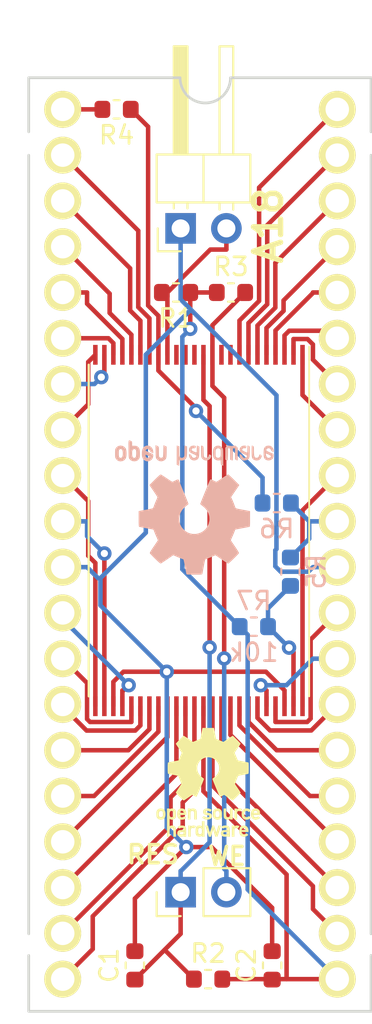
<source format=kicad_pcb>
(kicad_pcb (version 20171130) (host pcbnew 5.0.0)

  (general
    (thickness 1.6)
    (drawings 13)
    (tracks 241)
    (zones 0)
    (modules 15)
    (nets 50)
  )

  (page A4)
  (layers
    (0 F.Cu mixed)
    (31 B.Cu mixed)
    (32 B.Adhes user)
    (33 F.Adhes user)
    (34 B.Paste user)
    (35 F.Paste user)
    (36 B.SilkS user)
    (37 F.SilkS user)
    (38 B.Mask user)
    (39 F.Mask user)
    (40 Dwgs.User user)
    (41 Cmts.User user)
    (42 Eco1.User user)
    (43 Eco2.User user)
    (44 Edge.Cuts user)
    (45 Margin user)
    (46 B.CrtYd user)
    (47 F.CrtYd user)
    (48 B.Fab user)
    (49 F.Fab user)
  )

  (setup
    (last_trace_width 0.25)
    (trace_clearance 0.2)
    (zone_clearance 0.508)
    (zone_45_only no)
    (trace_min 0.2)
    (segment_width 0.2)
    (edge_width 0.15)
    (via_size 0.8)
    (via_drill 0.4)
    (via_min_size 0.4)
    (via_min_drill 0.3)
    (uvia_size 0.3)
    (uvia_drill 0.1)
    (uvias_allowed no)
    (uvia_min_size 0.2)
    (uvia_min_drill 0.1)
    (pcb_text_width 0.3)
    (pcb_text_size 1.5 1.5)
    (mod_edge_width 0.15)
    (mod_text_size 1 1)
    (mod_text_width 0.15)
    (pad_size 1.524 1.524)
    (pad_drill 0.762)
    (pad_to_mask_clearance 0.2)
    (aux_axis_origin 0 0)
    (visible_elements FFFFFF7F)
    (pcbplotparams
      (layerselection 0x010fc_ffffffff)
      (usegerberextensions false)
      (usegerberattributes false)
      (usegerberadvancedattributes false)
      (creategerberjobfile false)
      (excludeedgelayer true)
      (linewidth 0.100000)
      (plotframeref false)
      (viasonmask false)
      (mode 1)
      (useauxorigin false)
      (hpglpennumber 1)
      (hpglpenspeed 20)
      (hpglpendiameter 15.000000)
      (psnegative false)
      (psa4output false)
      (plotreference true)
      (plotvalue true)
      (plotinvisibletext false)
      (padsonsilk false)
      (subtractmaskfromsilk false)
      (outputformat 1)
      (mirror false)
      (drillshape 1)
      (scaleselection 1)
      (outputdirectory ""))
  )

  (net 0 "")
  (net 1 /P39)
  (net 2 /P28)
  (net 3 /P27)
  (net 4 /P26)
  (net 5 /P25)
  (net 6 /P24)
  (net 7 /P23)
  (net 8 /P22)
  (net 9 /P2)
  (net 10 /P20)
  (net 11 /P19)
  (net 12 /P10)
  (net 13 /P18)
  (net 14 /P9)
  (net 15 /P17)
  (net 16 /P8)
  (net 17 /P16)
  (net 18 /P7)
  (net 19 /P40)
  (net 20 /P15)
  (net 21 /P6)
  (net 22 /P14)
  (net 23 /P5)
  (net 24 /P13)
  (net 25 /P4)
  (net 26 /P12)
  (net 27 /P3)
  (net 28 /P38)
  (net 29 /P37)
  (net 30 /P36)
  (net 31 /P35)
  (net 32 /P34)
  (net 33 /P33)
  (net 34 /P32)
  (net 35 /P29)
  (net 36 "Net-(U2-Pad13)")
  (net 37 "Net-(U2-Pad14)")
  (net 38 "Net-(U2-Pad9)")
  (net 39 "Net-(U2-Pad10)")
  (net 40 /P_WE)
  (net 41 /P_RST)
  (net 42 "Net-(U2-Pad15)")
  (net 43 /P_A18)
  (net 44 VCC)
  (net 45 VSS)
  (net 46 /P1_2)
  (net 47 /P1_1)
  (net 48 /P31_1)
  (net 49 /P31_2)

  (net_class Default "This is the default net class."
    (clearance 0.2)
    (trace_width 0.25)
    (via_dia 0.8)
    (via_drill 0.4)
    (uvia_dia 0.3)
    (uvia_drill 0.1)
    (add_net /P10)
    (add_net /P12)
    (add_net /P13)
    (add_net /P14)
    (add_net /P15)
    (add_net /P16)
    (add_net /P17)
    (add_net /P18)
    (add_net /P19)
    (add_net /P1_1)
    (add_net /P1_2)
    (add_net /P2)
    (add_net /P20)
    (add_net /P22)
    (add_net /P23)
    (add_net /P24)
    (add_net /P25)
    (add_net /P26)
    (add_net /P27)
    (add_net /P28)
    (add_net /P29)
    (add_net /P3)
    (add_net /P31_1)
    (add_net /P31_2)
    (add_net /P32)
    (add_net /P33)
    (add_net /P34)
    (add_net /P35)
    (add_net /P36)
    (add_net /P37)
    (add_net /P38)
    (add_net /P39)
    (add_net /P4)
    (add_net /P40)
    (add_net /P5)
    (add_net /P6)
    (add_net /P7)
    (add_net /P8)
    (add_net /P9)
    (add_net /P_A18)
    (add_net /P_RST)
    (add_net /P_WE)
    (add_net "Net-(U2-Pad10)")
    (add_net "Net-(U2-Pad13)")
    (add_net "Net-(U2-Pad14)")
    (add_net "Net-(U2-Pad15)")
    (add_net "Net-(U2-Pad9)")
    (add_net VCC)
    (add_net VSS)
  )

  (module FF:27C4002 (layer F.Cu) (tedit 5BD090AC) (tstamp 5BBCC10D)
    (at 97.087 63.754)
    (descr "40-lead dip package, row spacing 15.24 mm (600 mils)")
    (tags "dil dip 2.54 600")
    (path /55AF4EC7)
    (fp_text reference U1 (at 0 -5.22) (layer F.Fab)
      (effects (font (size 1 1) (thickness 0.15)))
    )
    (fp_text value 27C4002 (at 0 -3.72) (layer F.Fab)
      (effects (font (size 1 1) (thickness 0.15)))
    )
    (fp_line (start -1.05 -2.45) (end -1.05 50.75) (layer F.CrtYd) (width 0.05))
    (fp_line (start 16.3 -2.45) (end 16.3 50.75) (layer F.CrtYd) (width 0.05))
    (fp_line (start -1.05 -2.45) (end 16.3 -2.45) (layer F.CrtYd) (width 0.05))
    (fp_line (start -1.05 50.75) (end 16.3 50.75) (layer F.CrtYd) (width 0.05))
    (pad 1 thru_hole oval (at 0 0) (size 2.05 2.05) (drill 1.3) (layers *.Cu *.Mask F.SilkS)
      (net 47 /P1_1))
    (pad 2 thru_hole oval (at 0 2.54) (size 2.05 2.05) (drill 1.3) (layers *.Cu *.Mask F.SilkS)
      (net 9 /P2))
    (pad 3 thru_hole oval (at 0 5.08) (size 2.05 2.05) (drill 1.3) (layers *.Cu *.Mask F.SilkS)
      (net 27 /P3))
    (pad 4 thru_hole oval (at 0 7.62) (size 2.05 2.05) (drill 1.3) (layers *.Cu *.Mask F.SilkS)
      (net 25 /P4))
    (pad 5 thru_hole oval (at 0 10.16) (size 2.05 2.05) (drill 1.3) (layers *.Cu *.Mask F.SilkS)
      (net 23 /P5))
    (pad 6 thru_hole oval (at 0 12.7) (size 2.05 2.05) (drill 1.3) (layers *.Cu *.Mask F.SilkS)
      (net 21 /P6))
    (pad 7 thru_hole oval (at 0 15.24) (size 2.05 2.05) (drill 1.3) (layers *.Cu *.Mask F.SilkS)
      (net 18 /P7))
    (pad 8 thru_hole oval (at 0 17.78) (size 2.05 2.05) (drill 1.3) (layers *.Cu *.Mask F.SilkS)
      (net 16 /P8))
    (pad 9 thru_hole oval (at 0 20.32) (size 2.05 2.05) (drill 1.3) (layers *.Cu *.Mask F.SilkS)
      (net 14 /P9))
    (pad 10 thru_hole oval (at 0 22.86) (size 2.05 2.05) (drill 1.3) (layers *.Cu *.Mask F.SilkS)
      (net 12 /P10))
    (pad 11 thru_hole oval (at 0 25.4) (size 2.05 2.05) (drill 1.3) (layers *.Cu *.Mask F.SilkS)
      (net 45 VSS))
    (pad 12 thru_hole oval (at 0 27.94) (size 2.05 2.05) (drill 1.3) (layers *.Cu *.Mask F.SilkS)
      (net 26 /P12))
    (pad 13 thru_hole oval (at 0 30.48) (size 2.05 2.05) (drill 1.3) (layers *.Cu *.Mask F.SilkS)
      (net 24 /P13))
    (pad 14 thru_hole oval (at 0 33.02) (size 2.05 2.05) (drill 1.3) (layers *.Cu *.Mask F.SilkS)
      (net 22 /P14))
    (pad 15 thru_hole oval (at 0 35.56) (size 2.05 2.05) (drill 1.3) (layers *.Cu *.Mask F.SilkS)
      (net 20 /P15))
    (pad 16 thru_hole oval (at 0 38.1) (size 2.05 2.05) (drill 1.3) (layers *.Cu *.Mask F.SilkS)
      (net 17 /P16))
    (pad 17 thru_hole oval (at 0 40.64) (size 2.05 2.05) (drill 1.3) (layers *.Cu *.Mask F.SilkS)
      (net 15 /P17))
    (pad 18 thru_hole oval (at 0 43.18) (size 2.05 2.05) (drill 1.3) (layers *.Cu *.Mask F.SilkS)
      (net 13 /P18))
    (pad 19 thru_hole oval (at 0 45.72) (size 2.05 2.05) (drill 1.3) (layers *.Cu *.Mask F.SilkS)
      (net 11 /P19))
    (pad 20 thru_hole oval (at 0 48.26) (size 2.05 2.05) (drill 1.3) (layers *.Cu *.Mask F.SilkS)
      (net 10 /P20))
    (pad 21 thru_hole oval (at 15.24 48.26) (size 2.05 2.05) (drill 1.3) (layers *.Cu *.Mask F.SilkS)
      (net 44 VCC))
    (pad 22 thru_hole oval (at 15.24 45.72) (size 2.05 2.05) (drill 1.3) (layers *.Cu *.Mask F.SilkS)
      (net 8 /P22))
    (pad 23 thru_hole oval (at 15.24 43.18) (size 2.05 2.05) (drill 1.3) (layers *.Cu *.Mask F.SilkS)
      (net 7 /P23))
    (pad 24 thru_hole oval (at 15.24 40.64) (size 2.05 2.05) (drill 1.3) (layers *.Cu *.Mask F.SilkS)
      (net 6 /P24))
    (pad 25 thru_hole oval (at 15.24 38.1) (size 2.05 2.05) (drill 1.3) (layers *.Cu *.Mask F.SilkS)
      (net 5 /P25))
    (pad 26 thru_hole oval (at 15.24 35.56) (size 2.05 2.05) (drill 1.3) (layers *.Cu *.Mask F.SilkS)
      (net 4 /P26))
    (pad 27 thru_hole oval (at 15.24 33.02) (size 2.05 2.05) (drill 1.3) (layers *.Cu *.Mask F.SilkS)
      (net 3 /P27))
    (pad 28 thru_hole oval (at 15.24 30.48) (size 2.05 2.05) (drill 1.3) (layers *.Cu *.Mask F.SilkS)
      (net 2 /P28))
    (pad 29 thru_hole oval (at 15.24 27.94) (size 2.05 2.05) (drill 1.3) (layers *.Cu *.Mask F.SilkS)
      (net 35 /P29))
    (pad 30 thru_hole oval (at 15.24 25.4) (size 2.05 2.05) (drill 1.3) (layers *.Cu *.Mask F.SilkS)
      (net 45 VSS))
    (pad 31 thru_hole oval (at 15.24 22.86) (size 2.05 2.05) (drill 1.3) (layers *.Cu *.Mask F.SilkS)
      (net 48 /P31_1))
    (pad 32 thru_hole oval (at 15.24 20.32) (size 2.05 2.05) (drill 1.3) (layers *.Cu *.Mask F.SilkS)
      (net 34 /P32))
    (pad 33 thru_hole oval (at 15.24 17.78) (size 2.05 2.05) (drill 1.3) (layers *.Cu *.Mask F.SilkS)
      (net 33 /P33))
    (pad 34 thru_hole oval (at 15.24 15.24) (size 2.05 2.05) (drill 1.3) (layers *.Cu *.Mask F.SilkS)
      (net 32 /P34))
    (pad 35 thru_hole oval (at 15.24 12.7) (size 2.05 2.05) (drill 1.3) (layers *.Cu *.Mask F.SilkS)
      (net 31 /P35))
    (pad 36 thru_hole oval (at 15.24 10.16) (size 2.05 2.05) (drill 1.3) (layers *.Cu *.Mask F.SilkS)
      (net 30 /P36))
    (pad 37 thru_hole oval (at 15.24 7.62) (size 2.05 2.05) (drill 1.3) (layers *.Cu *.Mask F.SilkS)
      (net 29 /P37))
    (pad 38 thru_hole oval (at 15.24 5.08) (size 2.05 2.05) (drill 1.3) (layers *.Cu *.Mask F.SilkS)
      (net 28 /P38))
    (pad 39 thru_hole oval (at 15.24 2.54) (size 2.05 2.05) (drill 1.3) (layers *.Cu *.Mask F.SilkS)
      (net 1 /P39))
    (pad 40 thru_hole oval (at 15.24 0) (size 2.05 2.05) (drill 1.3) (layers *.Cu *.Mask F.SilkS)
      (net 19 /P40))
    (model Housings_DIP.3dshapes/DIP-40_W15.24mm.wrl
      (at (xyz 0 0 0))
      (scale (xyz 1 1 1))
      (rotate (xyz 0 0 0))
    )
  )

  (module Resistor_SMD:R_0603_1608Metric (layer B.Cu) (tedit 5BC5C373) (tstamp 5BC088DA)
    (at 107.696 92.456 180)
    (descr "Resistor SMD 0603 (1608 Metric), square (rectangular) end terminal, IPC_7351 nominal, (Body size source: http://www.tortai-tech.com/upload/download/2011102023233369053.pdf), generated with kicad-footprint-generator")
    (tags resistor)
    (path /5BC1FF61)
    (attr smd)
    (fp_text reference R7 (at 0 1.43 180) (layer B.SilkS)
      (effects (font (size 1 1) (thickness 0.15)) (justify mirror))
    )
    (fp_text value 10k (at 0 -1.43 180) (layer B.SilkS)
      (effects (font (size 1 1) (thickness 0.15)) (justify mirror))
    )
    (fp_text user %R (at 0 0 180) (layer B.Fab)
      (effects (font (size 0.4 0.4) (thickness 0.06)) (justify mirror))
    )
    (fp_line (start 1.48 -0.73) (end -1.48 -0.73) (layer B.CrtYd) (width 0.05))
    (fp_line (start 1.48 0.73) (end 1.48 -0.73) (layer B.CrtYd) (width 0.05))
    (fp_line (start -1.48 0.73) (end 1.48 0.73) (layer B.CrtYd) (width 0.05))
    (fp_line (start -1.48 -0.73) (end -1.48 0.73) (layer B.CrtYd) (width 0.05))
    (fp_line (start -0.162779 -0.51) (end 0.162779 -0.51) (layer B.SilkS) (width 0.12))
    (fp_line (start -0.162779 0.51) (end 0.162779 0.51) (layer B.SilkS) (width 0.12))
    (fp_line (start 0.8 -0.4) (end -0.8 -0.4) (layer B.Fab) (width 0.1))
    (fp_line (start 0.8 0.4) (end 0.8 -0.4) (layer B.Fab) (width 0.1))
    (fp_line (start -0.8 0.4) (end 0.8 0.4) (layer B.Fab) (width 0.1))
    (fp_line (start -0.8 -0.4) (end -0.8 0.4) (layer B.Fab) (width 0.1))
    (pad 2 smd roundrect (at 0.7875 0 180) (size 0.875 0.95) (layers B.Cu B.Paste B.Mask) (roundrect_rratio 0.25)
      (net 44 VCC))
    (pad 1 smd roundrect (at -0.7875 0 180) (size 0.875 0.95) (layers B.Cu B.Paste B.Mask) (roundrect_rratio 0.25)
      (net 49 /P31_2))
    (model ${KISYS3DMOD}/Resistor_SMD.3dshapes/R_0603_1608Metric.wrl
      (at (xyz 0 0 0))
      (scale (xyz 1 1 1))
      (rotate (xyz 0 0 0))
    )
  )

  (module Resistor_SMD:R_0603_1608Metric (layer B.Cu) (tedit 5B301BBD) (tstamp 5BC088C9)
    (at 108.966 85.598)
    (descr "Resistor SMD 0603 (1608 Metric), square (rectangular) end terminal, IPC_7351 nominal, (Body size source: http://www.tortai-tech.com/upload/download/2011102023233369053.pdf), generated with kicad-footprint-generator")
    (tags resistor)
    (path /5BC1B265)
    (attr smd)
    (fp_text reference R6 (at 0 1.43) (layer B.SilkS)
      (effects (font (size 1 1) (thickness 0.15)) (justify mirror))
    )
    (fp_text value 0 (at 0 -1.43) (layer B.Fab)
      (effects (font (size 1 1) (thickness 0.15)) (justify mirror))
    )
    (fp_line (start -0.8 -0.4) (end -0.8 0.4) (layer B.Fab) (width 0.1))
    (fp_line (start -0.8 0.4) (end 0.8 0.4) (layer B.Fab) (width 0.1))
    (fp_line (start 0.8 0.4) (end 0.8 -0.4) (layer B.Fab) (width 0.1))
    (fp_line (start 0.8 -0.4) (end -0.8 -0.4) (layer B.Fab) (width 0.1))
    (fp_line (start -0.162779 0.51) (end 0.162779 0.51) (layer B.SilkS) (width 0.12))
    (fp_line (start -0.162779 -0.51) (end 0.162779 -0.51) (layer B.SilkS) (width 0.12))
    (fp_line (start -1.48 -0.73) (end -1.48 0.73) (layer B.CrtYd) (width 0.05))
    (fp_line (start -1.48 0.73) (end 1.48 0.73) (layer B.CrtYd) (width 0.05))
    (fp_line (start 1.48 0.73) (end 1.48 -0.73) (layer B.CrtYd) (width 0.05))
    (fp_line (start 1.48 -0.73) (end -1.48 -0.73) (layer B.CrtYd) (width 0.05))
    (fp_text user %R (at 0 0) (layer B.Fab)
      (effects (font (size 0.4 0.4) (thickness 0.06)) (justify mirror))
    )
    (pad 1 smd roundrect (at -0.7875 0) (size 0.875 0.95) (layers B.Cu B.Paste B.Mask) (roundrect_rratio 0.25)
      (net 46 /P1_2))
    (pad 2 smd roundrect (at 0.7875 0) (size 0.875 0.95) (layers B.Cu B.Paste B.Mask) (roundrect_rratio 0.25)
      (net 48 /P31_1))
    (model ${KISYS3DMOD}/Resistor_SMD.3dshapes/R_0603_1608Metric.wrl
      (at (xyz 0 0 0))
      (scale (xyz 1 1 1))
      (rotate (xyz 0 0 0))
    )
  )

  (module Resistor_SMD:R_0603_1608Metric (layer B.Cu) (tedit 5B301BBD) (tstamp 5BC088B8)
    (at 109.728 89.408 90)
    (descr "Resistor SMD 0603 (1608 Metric), square (rectangular) end terminal, IPC_7351 nominal, (Body size source: http://www.tortai-tech.com/upload/download/2011102023233369053.pdf), generated with kicad-footprint-generator")
    (tags resistor)
    (path /5BC171B2)
    (attr smd)
    (fp_text reference R5 (at 0 1.43 90) (layer B.SilkS)
      (effects (font (size 1 1) (thickness 0.15)) (justify mirror))
    )
    (fp_text value 0 (at 0 -1.43 90) (layer B.Fab)
      (effects (font (size 1 1) (thickness 0.15)) (justify mirror))
    )
    (fp_text user %R (at 0 0 90) (layer B.Fab)
      (effects (font (size 0.4 0.4) (thickness 0.06)) (justify mirror))
    )
    (fp_line (start 1.48 -0.73) (end -1.48 -0.73) (layer B.CrtYd) (width 0.05))
    (fp_line (start 1.48 0.73) (end 1.48 -0.73) (layer B.CrtYd) (width 0.05))
    (fp_line (start -1.48 0.73) (end 1.48 0.73) (layer B.CrtYd) (width 0.05))
    (fp_line (start -1.48 -0.73) (end -1.48 0.73) (layer B.CrtYd) (width 0.05))
    (fp_line (start -0.162779 -0.51) (end 0.162779 -0.51) (layer B.SilkS) (width 0.12))
    (fp_line (start -0.162779 0.51) (end 0.162779 0.51) (layer B.SilkS) (width 0.12))
    (fp_line (start 0.8 -0.4) (end -0.8 -0.4) (layer B.Fab) (width 0.1))
    (fp_line (start 0.8 0.4) (end 0.8 -0.4) (layer B.Fab) (width 0.1))
    (fp_line (start -0.8 0.4) (end 0.8 0.4) (layer B.Fab) (width 0.1))
    (fp_line (start -0.8 -0.4) (end -0.8 0.4) (layer B.Fab) (width 0.1))
    (pad 2 smd roundrect (at 0.7875 0 90) (size 0.875 0.95) (layers B.Cu B.Paste B.Mask) (roundrect_rratio 0.25)
      (net 48 /P31_1))
    (pad 1 smd roundrect (at -0.7875 0 90) (size 0.875 0.95) (layers B.Cu B.Paste B.Mask) (roundrect_rratio 0.25)
      (net 49 /P31_2))
    (model ${KISYS3DMOD}/Resistor_SMD.3dshapes/R_0603_1608Metric.wrl
      (at (xyz 0 0 0))
      (scale (xyz 1 1 1))
      (rotate (xyz 0 0 0))
    )
  )

  (module Resistor_SMD:R_0603_1608Metric (layer F.Cu) (tedit 5B301BBD) (tstamp 5BC088A7)
    (at 100.076 63.754 180)
    (descr "Resistor SMD 0603 (1608 Metric), square (rectangular) end terminal, IPC_7351 nominal, (Body size source: http://www.tortai-tech.com/upload/download/2011102023233369053.pdf), generated with kicad-footprint-generator")
    (tags resistor)
    (path /5BC0BC15)
    (attr smd)
    (fp_text reference R4 (at 0 -1.43 180) (layer F.SilkS)
      (effects (font (size 1 1) (thickness 0.15)))
    )
    (fp_text value 0 (at 0 1.43 180) (layer F.Fab)
      (effects (font (size 1 1) (thickness 0.15)))
    )
    (fp_line (start -0.8 0.4) (end -0.8 -0.4) (layer F.Fab) (width 0.1))
    (fp_line (start -0.8 -0.4) (end 0.8 -0.4) (layer F.Fab) (width 0.1))
    (fp_line (start 0.8 -0.4) (end 0.8 0.4) (layer F.Fab) (width 0.1))
    (fp_line (start 0.8 0.4) (end -0.8 0.4) (layer F.Fab) (width 0.1))
    (fp_line (start -0.162779 -0.51) (end 0.162779 -0.51) (layer F.SilkS) (width 0.12))
    (fp_line (start -0.162779 0.51) (end 0.162779 0.51) (layer F.SilkS) (width 0.12))
    (fp_line (start -1.48 0.73) (end -1.48 -0.73) (layer F.CrtYd) (width 0.05))
    (fp_line (start -1.48 -0.73) (end 1.48 -0.73) (layer F.CrtYd) (width 0.05))
    (fp_line (start 1.48 -0.73) (end 1.48 0.73) (layer F.CrtYd) (width 0.05))
    (fp_line (start 1.48 0.73) (end -1.48 0.73) (layer F.CrtYd) (width 0.05))
    (fp_text user %R (at 0 0 180) (layer F.Fab)
      (effects (font (size 0.4 0.4) (thickness 0.06)))
    )
    (pad 1 smd roundrect (at -0.7875 0 180) (size 0.875 0.95) (layers F.Cu F.Paste F.Mask) (roundrect_rratio 0.25)
      (net 46 /P1_2))
    (pad 2 smd roundrect (at 0.7875 0 180) (size 0.875 0.95) (layers F.Cu F.Paste F.Mask) (roundrect_rratio 0.25)
      (net 47 /P1_1))
    (model ${KISYS3DMOD}/Resistor_SMD.3dshapes/R_0603_1608Metric.wrl
      (at (xyz 0 0 0))
      (scale (xyz 1 1 1))
      (rotate (xyz 0 0 0))
    )
  )

  (module Package_SO:TSOP-I-48_18.4x12mm_P0.5mm (layer F.Cu) (tedit 5BC5C42C) (tstamp 5BC0843B)
    (at 104.648 87.122 270)
    (descr "TSOP I, 32 pins, 18.4x8mm body (https://www.micron.com/~/media/documents/products/technical-note/nor-flash/tn1225_land_pad_design.pdf)")
    (tags "TSOP I 32")
    (path /55AF4F2A)
    (attr smd)
    (fp_text reference U2 (at 0 -7 270) (layer F.Fab)
      (effects (font (size 1 1) (thickness 0.15)))
    )
    (fp_text value 29F800 (at 0 7 270) (layer F.Fab)
      (effects (font (size 1 1) (thickness 0.15)))
    )
    (fp_line (start -10.55 6.25) (end -10.55 -6.25) (layer F.CrtYd) (width 0.05))
    (fp_line (start 10.55 6.25) (end -10.55 6.25) (layer F.CrtYd) (width 0.05))
    (fp_line (start 10.55 -6.25) (end 10.55 6.25) (layer F.CrtYd) (width 0.05))
    (fp_line (start -10.55 -6.25) (end 10.55 -6.25) (layer F.CrtYd) (width 0.05))
    (fp_line (start -9.2 6.12) (end 9.2 6.12) (layer F.SilkS) (width 0.12))
    (fp_line (start 9.2 -6.12) (end -10.2 -6.12) (layer F.SilkS) (width 0.1))
    (fp_line (start -8.2 -6) (end -9.2 -5) (layer F.Fab) (width 0.1))
    (fp_text user %R (at 0 0 270) (layer F.Fab)
      (effects (font (size 1 1) (thickness 0.15)))
    )
    (fp_line (start 9.2 -6) (end 9.2 6) (layer F.Fab) (width 0.1))
    (fp_line (start 9.2 6) (end -9.2 6) (layer F.Fab) (width 0.1))
    (fp_line (start -9.2 6) (end -9.2 -5) (layer F.Fab) (width 0.1))
    (fp_line (start -8.2 -6) (end 9.2 -6) (layer F.Fab) (width 0.1))
    (pad 1 smd rect (at -9.75 -5.75 270) (size 1.1 0.25) (layers F.Cu F.Paste F.Mask)
      (net 33 /P33))
    (pad 25 smd rect (at 9.75 5.75 270) (size 1.1 0.25) (layers F.Cu F.Paste F.Mask)
      (net 14 /P9))
    (pad 2 smd rect (at -9.75 -5.25 270) (size 1.1 0.25) (layers F.Cu F.Paste F.Mask)
      (net 32 /P34))
    (pad 3 smd rect (at -9.75 -4.75 270) (size 1.1 0.25) (layers F.Cu F.Paste F.Mask)
      (net 31 /P35))
    (pad 4 smd rect (at -9.75 -4.25 270) (size 1.1 0.25) (layers F.Cu F.Paste F.Mask)
      (net 30 /P36))
    (pad 5 smd rect (at -9.75 -3.75 270) (size 1.1 0.25) (layers F.Cu F.Paste F.Mask)
      (net 29 /P37))
    (pad 6 smd rect (at -9.75 -3.25 270) (size 1.1 0.25) (layers F.Cu F.Paste F.Mask)
      (net 28 /P38))
    (pad 7 smd rect (at -9.75 -2.75 270) (size 1.1 0.25) (layers F.Cu F.Paste F.Mask)
      (net 1 /P39))
    (pad 8 smd rect (at -9.75 -2.25 270) (size 1.1 0.25) (layers F.Cu F.Paste F.Mask)
      (net 19 /P40))
    (pad 9 smd rect (at -9.75 -1.75 270) (size 1.1 0.25) (layers F.Cu F.Paste F.Mask)
      (net 38 "Net-(U2-Pad9)"))
    (pad 10 smd rect (at -9.75 -1.25 270) (size 1.1 0.25) (layers F.Cu F.Paste F.Mask)
      (net 39 "Net-(U2-Pad10)"))
    (pad 11 smd rect (at -9.75 -0.75 270) (size 1.1 0.25) (layers F.Cu F.Paste F.Mask)
      (net 40 /P_WE))
    (pad 12 smd rect (at -9.75 -0.25 270) (size 1.1 0.25) (layers F.Cu F.Paste F.Mask)
      (net 41 /P_RST))
    (pad 13 smd rect (at -9.75 0.25 270) (size 1.1 0.25) (layers F.Cu F.Paste F.Mask)
      (net 36 "Net-(U2-Pad13)"))
    (pad 14 smd rect (at -9.75 0.75 270) (size 1.1 0.25) (layers F.Cu F.Paste F.Mask)
      (net 37 "Net-(U2-Pad14)"))
    (pad 15 smd rect (at -9.75 1.25 270) (size 1.1 0.25) (layers F.Cu F.Paste F.Mask)
      (net 42 "Net-(U2-Pad15)"))
    (pad 16 smd rect (at -9.75 1.75 270) (size 1.1 0.25) (layers F.Cu F.Paste F.Mask)
      (net 43 /P_A18))
    (pad 17 smd rect (at -9.75 2.25 270) (size 1.1 0.25) (layers F.Cu F.Paste F.Mask)
      (net 46 /P1_2))
    (pad 18 smd rect (at -9.75 2.75 270) (size 1.1 0.25) (layers F.Cu F.Paste F.Mask)
      (net 9 /P2))
    (pad 19 smd rect (at -9.75 3.25 270) (size 1.1 0.25) (layers F.Cu F.Paste F.Mask)
      (net 27 /P3))
    (pad 20 smd rect (at -9.75 3.75 270) (size 1.1 0.25) (layers F.Cu F.Paste F.Mask)
      (net 25 /P4))
    (pad 21 smd rect (at -9.75 4.25 270) (size 1.1 0.25) (layers F.Cu F.Paste F.Mask)
      (net 23 /P5))
    (pad 22 smd rect (at -9.75 4.75 270) (size 1.1 0.25) (layers F.Cu F.Paste F.Mask)
      (net 21 /P6))
    (pad 23 smd rect (at -9.75 5.25 270) (size 1.1 0.25) (layers F.Cu F.Paste F.Mask)
      (net 18 /P7))
    (pad 24 smd rect (at -9.75 5.75 270) (size 1.1 0.25) (layers F.Cu F.Paste F.Mask)
      (net 16 /P8))
    (pad 26 smd rect (at 9.75 5.25 270) (size 1.1 0.25) (layers F.Cu F.Paste F.Mask)
      (net 12 /P10))
    (pad 27 smd rect (at 9.75 4.75 270) (size 1.1 0.25) (layers F.Cu F.Paste F.Mask)
      (net 45 VSS))
    (pad 28 smd rect (at 9.75 4.25 270) (size 1.1 0.25) (layers F.Cu F.Paste F.Mask)
      (net 26 /P12))
    (pad 29 smd rect (at 9.75 3.75 270) (size 1.1 0.25) (layers F.Cu F.Paste F.Mask)
      (net 24 /P13))
    (pad 30 smd rect (at 9.75 3.25 270) (size 1.1 0.25) (layers F.Cu F.Paste F.Mask)
      (net 22 /P14))
    (pad 31 smd rect (at 9.75 2.75 270) (size 1.1 0.25) (layers F.Cu F.Paste F.Mask)
      (net 20 /P15))
    (pad 32 smd rect (at 9.75 2.25 270) (size 1.1 0.25) (layers F.Cu F.Paste F.Mask)
      (net 17 /P16))
    (pad 33 smd rect (at 9.75 1.75 270) (size 1.1 0.25) (layers F.Cu F.Paste F.Mask)
      (net 15 /P17))
    (pad 34 smd rect (at 9.75 1.25 270) (size 1.1 0.25) (layers F.Cu F.Paste F.Mask)
      (net 13 /P18))
    (pad 35 smd rect (at 9.75 0.75 270) (size 1.1 0.25) (layers F.Cu F.Paste F.Mask)
      (net 11 /P19))
    (pad 36 smd rect (at 9.75 0.25 270) (size 1.1 0.25) (layers F.Cu F.Paste F.Mask)
      (net 10 /P20))
    (pad 37 smd rect (at 9.75 -0.25 270) (size 1.1 0.25) (layers F.Cu F.Paste F.Mask)
      (net 44 VCC))
    (pad 38 smd rect (at 9.75 -0.75 270) (size 1.1 0.25) (layers F.Cu F.Paste F.Mask)
      (net 8 /P22))
    (pad 39 smd rect (at 9.75 -1.25 270) (size 1.1 0.25) (layers F.Cu F.Paste F.Mask)
      (net 7 /P23))
    (pad 40 smd rect (at 9.75 -1.75 270) (size 1.1 0.25) (layers F.Cu F.Paste F.Mask)
      (net 6 /P24))
    (pad 41 smd rect (at 9.75 -2.25 270) (size 1.1 0.25) (layers F.Cu F.Paste F.Mask)
      (net 5 /P25))
    (pad 42 smd rect (at 9.75 -2.75 270) (size 1.1 0.25) (layers F.Cu F.Paste F.Mask)
      (net 4 /P26))
    (pad 43 smd rect (at 9.75 -3.25 270) (size 1.1 0.25) (layers F.Cu F.Paste F.Mask)
      (net 3 /P27))
    (pad 44 smd rect (at 9.75 -3.75 270) (size 1.1 0.25) (layers F.Cu F.Paste F.Mask)
      (net 2 /P28))
    (pad 45 smd rect (at 9.75 -4.25 270) (size 1.1 0.25) (layers F.Cu F.Paste F.Mask)
      (net 35 /P29))
    (pad 46 smd rect (at 9.75 -4.75 270) (size 1.1 0.25) (layers F.Cu F.Paste F.Mask)
      (net 45 VSS))
    (pad 47 smd rect (at 9.75 -5.25 270) (size 1.1 0.25) (layers F.Cu F.Paste F.Mask)
      (net 49 /P31_2))
    (pad 48 smd rect (at 9.75 -5.75 270) (size 1.1 0.25) (layers F.Cu F.Paste F.Mask)
      (net 34 /P32))
    (model ${KISYS3DMOD}/Package_SO.3dshapes/TSOP-I-48_18.4x12mm_P0.5mm.wrl
      (at (xyz 0 0 0))
      (scale (xyz 1 1 1))
      (rotate (xyz 0 0 0))
    )
  )

  (module Capacitor_SMD:C_0603_1608Metric (layer F.Cu) (tedit 5B301BBE) (tstamp 5BC02541)
    (at 108.712 111.252 90)
    (descr "Capacitor SMD 0603 (1608 Metric), square (rectangular) end terminal, IPC_7351 nominal, (Body size source: http://www.tortai-tech.com/upload/download/2011102023233369053.pdf), generated with kicad-footprint-generator")
    (tags capacitor)
    (path /5BC1D5A9)
    (attr smd)
    (fp_text reference C2 (at 0 -1.43 90) (layer F.SilkS)
      (effects (font (size 1 1) (thickness 0.15)))
    )
    (fp_text value 0.1uF (at 0 1.43 90) (layer F.Fab)
      (effects (font (size 1 1) (thickness 0.15)))
    )
    (fp_text user %R (at 0 0 90) (layer F.Fab)
      (effects (font (size 0.4 0.4) (thickness 0.06)))
    )
    (fp_line (start 1.48 0.73) (end -1.48 0.73) (layer F.CrtYd) (width 0.05))
    (fp_line (start 1.48 -0.73) (end 1.48 0.73) (layer F.CrtYd) (width 0.05))
    (fp_line (start -1.48 -0.73) (end 1.48 -0.73) (layer F.CrtYd) (width 0.05))
    (fp_line (start -1.48 0.73) (end -1.48 -0.73) (layer F.CrtYd) (width 0.05))
    (fp_line (start -0.162779 0.51) (end 0.162779 0.51) (layer F.SilkS) (width 0.12))
    (fp_line (start -0.162779 -0.51) (end 0.162779 -0.51) (layer F.SilkS) (width 0.12))
    (fp_line (start 0.8 0.4) (end -0.8 0.4) (layer F.Fab) (width 0.1))
    (fp_line (start 0.8 -0.4) (end 0.8 0.4) (layer F.Fab) (width 0.1))
    (fp_line (start -0.8 -0.4) (end 0.8 -0.4) (layer F.Fab) (width 0.1))
    (fp_line (start -0.8 0.4) (end -0.8 -0.4) (layer F.Fab) (width 0.1))
    (pad 2 smd roundrect (at 0.7875 0 90) (size 0.875 0.95) (layers F.Cu F.Paste F.Mask) (roundrect_rratio 0.25)
      (net 45 VSS))
    (pad 1 smd roundrect (at -0.7875 0 90) (size 0.875 0.95) (layers F.Cu F.Paste F.Mask) (roundrect_rratio 0.25)
      (net 44 VCC))
    (model ${KISYS3DMOD}/Capacitor_SMD.3dshapes/C_0603_1608Metric.wrl
      (at (xyz 0 0 0))
      (scale (xyz 1 1 1))
      (rotate (xyz 0 0 0))
    )
  )

  (module Capacitor_SMD:C_0603_1608Metric (layer F.Cu) (tedit 5B301BBE) (tstamp 5BC02531)
    (at 101.092 111.252 90)
    (descr "Capacitor SMD 0603 (1608 Metric), square (rectangular) end terminal, IPC_7351 nominal, (Body size source: http://www.tortai-tech.com/upload/download/2011102023233369053.pdf), generated with kicad-footprint-generator")
    (tags capacitor)
    (path /5BC0EC2D)
    (attr smd)
    (fp_text reference C1 (at 0 -1.43 90) (layer F.SilkS)
      (effects (font (size 1 1) (thickness 0.15)))
    )
    (fp_text value 0.1uF (at 0 1.43 90) (layer F.Fab)
      (effects (font (size 1 1) (thickness 0.15)))
    )
    (fp_line (start -0.8 0.4) (end -0.8 -0.4) (layer F.Fab) (width 0.1))
    (fp_line (start -0.8 -0.4) (end 0.8 -0.4) (layer F.Fab) (width 0.1))
    (fp_line (start 0.8 -0.4) (end 0.8 0.4) (layer F.Fab) (width 0.1))
    (fp_line (start 0.8 0.4) (end -0.8 0.4) (layer F.Fab) (width 0.1))
    (fp_line (start -0.162779 -0.51) (end 0.162779 -0.51) (layer F.SilkS) (width 0.12))
    (fp_line (start -0.162779 0.51) (end 0.162779 0.51) (layer F.SilkS) (width 0.12))
    (fp_line (start -1.48 0.73) (end -1.48 -0.73) (layer F.CrtYd) (width 0.05))
    (fp_line (start -1.48 -0.73) (end 1.48 -0.73) (layer F.CrtYd) (width 0.05))
    (fp_line (start 1.48 -0.73) (end 1.48 0.73) (layer F.CrtYd) (width 0.05))
    (fp_line (start 1.48 0.73) (end -1.48 0.73) (layer F.CrtYd) (width 0.05))
    (fp_text user %R (at 0 0 90) (layer F.Fab)
      (effects (font (size 0.4 0.4) (thickness 0.06)))
    )
    (pad 1 smd roundrect (at -0.7875 0 90) (size 0.875 0.95) (layers F.Cu F.Paste F.Mask) (roundrect_rratio 0.25)
      (net 41 /P_RST))
    (pad 2 smd roundrect (at 0.7875 0 90) (size 0.875 0.95) (layers F.Cu F.Paste F.Mask) (roundrect_rratio 0.25)
      (net 45 VSS))
    (model ${KISYS3DMOD}/Capacitor_SMD.3dshapes/C_0603_1608Metric.wrl
      (at (xyz 0 0 0))
      (scale (xyz 1 1 1))
      (rotate (xyz 0 0 0))
    )
  )

  (module Connector_PinHeader_2.54mm:PinHeader_1x02_P2.54mm_Horizontal (layer F.Cu) (tedit 5BC5C34A) (tstamp 5BC024FF)
    (at 103.632 70.358 90)
    (descr "Through hole angled pin header, 1x02, 2.54mm pitch, 6mm pin length, single row")
    (tags "Through hole angled pin header THT 1x02 2.54mm single row")
    (path /5BBEB3DB)
    (fp_text reference J1 (at 4.385 -2.27 90) (layer F.SilkS) hide
      (effects (font (size 1 1) (thickness 0.15)))
    )
    (fp_text value Conn_01x02 (at 4.385 4.81 90) (layer F.Fab)
      (effects (font (size 1 1) (thickness 0.15)))
    )
    (fp_line (start 2.135 -1.27) (end 4.04 -1.27) (layer F.Fab) (width 0.1))
    (fp_line (start 4.04 -1.27) (end 4.04 3.81) (layer F.Fab) (width 0.1))
    (fp_line (start 4.04 3.81) (end 1.5 3.81) (layer F.Fab) (width 0.1))
    (fp_line (start 1.5 3.81) (end 1.5 -0.635) (layer F.Fab) (width 0.1))
    (fp_line (start 1.5 -0.635) (end 2.135 -1.27) (layer F.Fab) (width 0.1))
    (fp_line (start -0.32 -0.32) (end 1.5 -0.32) (layer F.Fab) (width 0.1))
    (fp_line (start -0.32 -0.32) (end -0.32 0.32) (layer F.Fab) (width 0.1))
    (fp_line (start -0.32 0.32) (end 1.5 0.32) (layer F.Fab) (width 0.1))
    (fp_line (start 4.04 -0.32) (end 10.04 -0.32) (layer F.Fab) (width 0.1))
    (fp_line (start 10.04 -0.32) (end 10.04 0.32) (layer F.Fab) (width 0.1))
    (fp_line (start 4.04 0.32) (end 10.04 0.32) (layer F.Fab) (width 0.1))
    (fp_line (start -0.32 2.22) (end 1.5 2.22) (layer F.Fab) (width 0.1))
    (fp_line (start -0.32 2.22) (end -0.32 2.86) (layer F.Fab) (width 0.1))
    (fp_line (start -0.32 2.86) (end 1.5 2.86) (layer F.Fab) (width 0.1))
    (fp_line (start 4.04 2.22) (end 10.04 2.22) (layer F.Fab) (width 0.1))
    (fp_line (start 10.04 2.22) (end 10.04 2.86) (layer F.Fab) (width 0.1))
    (fp_line (start 4.04 2.86) (end 10.04 2.86) (layer F.Fab) (width 0.1))
    (fp_line (start 1.44 -1.33) (end 1.44 3.87) (layer F.SilkS) (width 0.12))
    (fp_line (start 1.44 3.87) (end 4.1 3.87) (layer F.SilkS) (width 0.12))
    (fp_line (start 4.1 3.87) (end 4.1 -1.33) (layer F.SilkS) (width 0.12))
    (fp_line (start 4.1 -1.33) (end 1.44 -1.33) (layer F.SilkS) (width 0.12))
    (fp_line (start 4.1 -0.38) (end 10.1 -0.38) (layer F.SilkS) (width 0.12))
    (fp_line (start 10.1 -0.38) (end 10.1 0.38) (layer F.SilkS) (width 0.12))
    (fp_line (start 10.1 0.38) (end 4.1 0.38) (layer F.SilkS) (width 0.12))
    (fp_line (start 4.1 -0.32) (end 10.1 -0.32) (layer F.SilkS) (width 0.12))
    (fp_line (start 4.1 -0.2) (end 10.1 -0.2) (layer F.SilkS) (width 0.12))
    (fp_line (start 4.1 -0.08) (end 10.1 -0.08) (layer F.SilkS) (width 0.12))
    (fp_line (start 4.1 0.04) (end 10.1 0.04) (layer F.SilkS) (width 0.12))
    (fp_line (start 4.1 0.16) (end 10.1 0.16) (layer F.SilkS) (width 0.12))
    (fp_line (start 4.1 0.28) (end 10.1 0.28) (layer F.SilkS) (width 0.12))
    (fp_line (start 1.11 -0.38) (end 1.44 -0.38) (layer F.SilkS) (width 0.12))
    (fp_line (start 1.11 0.38) (end 1.44 0.38) (layer F.SilkS) (width 0.12))
    (fp_line (start 1.44 1.27) (end 4.1 1.27) (layer F.SilkS) (width 0.12))
    (fp_line (start 4.1 2.16) (end 10.1 2.16) (layer F.SilkS) (width 0.12))
    (fp_line (start 10.1 2.16) (end 10.1 2.92) (layer F.SilkS) (width 0.12))
    (fp_line (start 10.1 2.92) (end 4.1 2.92) (layer F.SilkS) (width 0.12))
    (fp_line (start 1.042929 2.16) (end 1.44 2.16) (layer F.SilkS) (width 0.12))
    (fp_line (start 1.042929 2.92) (end 1.44 2.92) (layer F.SilkS) (width 0.12))
    (fp_line (start -1.27 0) (end -1.27 -1.27) (layer F.SilkS) (width 0.12))
    (fp_line (start -1.27 -1.27) (end 0 -1.27) (layer F.SilkS) (width 0.12))
    (fp_line (start -1.8 -1.8) (end -1.8 4.35) (layer F.CrtYd) (width 0.05))
    (fp_line (start -1.8 4.35) (end 10.55 4.35) (layer F.CrtYd) (width 0.05))
    (fp_line (start 10.55 4.35) (end 10.55 -1.8) (layer F.CrtYd) (width 0.05))
    (fp_line (start 10.55 -1.8) (end -1.8 -1.8) (layer F.CrtYd) (width 0.05))
    (fp_text user %R (at 2.77 1.27 180) (layer F.Fab)
      (effects (font (size 1 1) (thickness 0.15)))
    )
    (pad 1 thru_hole rect (at 0 0 90) (size 1.7 1.7) (drill 1) (layers *.Cu *.Mask)
      (net 45 VSS))
    (pad 2 thru_hole oval (at 0 2.54 90) (size 1.7 1.7) (drill 1) (layers *.Cu *.Mask)
      (net 43 /P_A18))
    (model ${KISYS3DMOD}/Connector_PinHeader_2.54mm.3dshapes/PinHeader_1x02_P2.54mm_Horizontal.wrl
      (at (xyz 0 0 0))
      (scale (xyz 1 1 1))
      (rotate (xyz 0 0 0))
    )
  )

  (module Connector_PinHeader_2.54mm:PinHeader_1x02_P2.54mm_Vertical (layer F.Cu) (tedit 5BC5C39B) (tstamp 5BC024EA)
    (at 103.632 107.188 90)
    (descr "Through hole straight pin header, 1x02, 2.54mm pitch, single row")
    (tags "Through hole pin header THT 1x02 2.54mm single row")
    (path /5BC015FA)
    (fp_text reference J2 (at 0 -2.33 90) (layer F.SilkS) hide
      (effects (font (size 1 1) (thickness 0.15)))
    )
    (fp_text value Conn_01x02 (at 0 4.87 90) (layer F.Fab)
      (effects (font (size 1 1) (thickness 0.15)))
    )
    (fp_line (start -0.635 -1.27) (end 1.27 -1.27) (layer F.Fab) (width 0.1))
    (fp_line (start 1.27 -1.27) (end 1.27 3.81) (layer F.Fab) (width 0.1))
    (fp_line (start 1.27 3.81) (end -1.27 3.81) (layer F.Fab) (width 0.1))
    (fp_line (start -1.27 3.81) (end -1.27 -0.635) (layer F.Fab) (width 0.1))
    (fp_line (start -1.27 -0.635) (end -0.635 -1.27) (layer F.Fab) (width 0.1))
    (fp_line (start -1.33 3.87) (end 1.33 3.87) (layer F.SilkS) (width 0.12))
    (fp_line (start -1.33 1.27) (end -1.33 3.87) (layer F.SilkS) (width 0.12))
    (fp_line (start 1.33 1.27) (end 1.33 3.87) (layer F.SilkS) (width 0.12))
    (fp_line (start -1.33 1.27) (end 1.33 1.27) (layer F.SilkS) (width 0.12))
    (fp_line (start -1.33 0) (end -1.33 -1.33) (layer F.SilkS) (width 0.12))
    (fp_line (start -1.33 -1.33) (end 0 -1.33) (layer F.SilkS) (width 0.12))
    (fp_line (start -1.8 -1.8) (end -1.8 4.35) (layer F.CrtYd) (width 0.05))
    (fp_line (start -1.8 4.35) (end 1.8 4.35) (layer F.CrtYd) (width 0.05))
    (fp_line (start 1.8 4.35) (end 1.8 -1.8) (layer F.CrtYd) (width 0.05))
    (fp_line (start 1.8 -1.8) (end -1.8 -1.8) (layer F.CrtYd) (width 0.05))
    (fp_text user %R (at 0 1.27 180) (layer F.Fab)
      (effects (font (size 1 1) (thickness 0.15)))
    )
    (pad 1 thru_hole rect (at 0 0 90) (size 1.7 1.7) (drill 1) (layers *.Cu *.Mask)
      (net 41 /P_RST))
    (pad 2 thru_hole oval (at 0 2.54 90) (size 1.7 1.7) (drill 1) (layers *.Cu *.Mask)
      (net 40 /P_WE))
    (model ${KISYS3DMOD}/Connector_PinHeader_2.54mm.3dshapes/PinHeader_1x02_P2.54mm_Vertical.wrl
      (at (xyz 0 0 0))
      (scale (xyz 1 1 1))
      (rotate (xyz 0 0 0))
    )
  )

  (module Resistor_SMD:R_0603_1608Metric (layer F.Cu) (tedit 5B301BBD) (tstamp 5BC023F0)
    (at 106.426 73.914)
    (descr "Resistor SMD 0603 (1608 Metric), square (rectangular) end terminal, IPC_7351 nominal, (Body size source: http://www.tortai-tech.com/upload/download/2011102023233369053.pdf), generated with kicad-footprint-generator")
    (tags resistor)
    (path /5BC01740)
    (attr smd)
    (fp_text reference R3 (at 0 -1.43) (layer F.SilkS)
      (effects (font (size 1 1) (thickness 0.15)))
    )
    (fp_text value 10K (at 0 1.43) (layer F.Fab)
      (effects (font (size 1 1) (thickness 0.15)))
    )
    (fp_line (start -0.8 0.4) (end -0.8 -0.4) (layer F.Fab) (width 0.1))
    (fp_line (start -0.8 -0.4) (end 0.8 -0.4) (layer F.Fab) (width 0.1))
    (fp_line (start 0.8 -0.4) (end 0.8 0.4) (layer F.Fab) (width 0.1))
    (fp_line (start 0.8 0.4) (end -0.8 0.4) (layer F.Fab) (width 0.1))
    (fp_line (start -0.162779 -0.51) (end 0.162779 -0.51) (layer F.SilkS) (width 0.12))
    (fp_line (start -0.162779 0.51) (end 0.162779 0.51) (layer F.SilkS) (width 0.12))
    (fp_line (start -1.48 0.73) (end -1.48 -0.73) (layer F.CrtYd) (width 0.05))
    (fp_line (start -1.48 -0.73) (end 1.48 -0.73) (layer F.CrtYd) (width 0.05))
    (fp_line (start 1.48 -0.73) (end 1.48 0.73) (layer F.CrtYd) (width 0.05))
    (fp_line (start 1.48 0.73) (end -1.48 0.73) (layer F.CrtYd) (width 0.05))
    (fp_text user %R (at 0 0) (layer F.Fab)
      (effects (font (size 0.4 0.4) (thickness 0.06)))
    )
    (pad 1 smd roundrect (at -0.7875 0) (size 0.875 0.95) (layers F.Cu F.Paste F.Mask) (roundrect_rratio 0.25)
      (net 44 VCC))
    (pad 2 smd roundrect (at 0.7875 0) (size 0.875 0.95) (layers F.Cu F.Paste F.Mask) (roundrect_rratio 0.25)
      (net 40 /P_WE))
    (model ${KISYS3DMOD}/Resistor_SMD.3dshapes/R_0603_1608Metric.wrl
      (at (xyz 0 0 0))
      (scale (xyz 1 1 1))
      (rotate (xyz 0 0 0))
    )
  )

  (module Resistor_SMD:R_0603_1608Metric (layer F.Cu) (tedit 5B301BBD) (tstamp 5BC023E0)
    (at 105.156 112.014)
    (descr "Resistor SMD 0603 (1608 Metric), square (rectangular) end terminal, IPC_7351 nominal, (Body size source: http://www.tortai-tech.com/upload/download/2011102023233369053.pdf), generated with kicad-footprint-generator")
    (tags resistor)
    (path /5BC0EB2B)
    (attr smd)
    (fp_text reference R2 (at 0 -1.43) (layer F.SilkS)
      (effects (font (size 1 1) (thickness 0.15)))
    )
    (fp_text value 10K (at 0 1.43) (layer F.Fab)
      (effects (font (size 1 1) (thickness 0.15)))
    )
    (fp_text user %R (at 0 0) (layer F.Fab)
      (effects (font (size 0.4 0.4) (thickness 0.06)))
    )
    (fp_line (start 1.48 0.73) (end -1.48 0.73) (layer F.CrtYd) (width 0.05))
    (fp_line (start 1.48 -0.73) (end 1.48 0.73) (layer F.CrtYd) (width 0.05))
    (fp_line (start -1.48 -0.73) (end 1.48 -0.73) (layer F.CrtYd) (width 0.05))
    (fp_line (start -1.48 0.73) (end -1.48 -0.73) (layer F.CrtYd) (width 0.05))
    (fp_line (start -0.162779 0.51) (end 0.162779 0.51) (layer F.SilkS) (width 0.12))
    (fp_line (start -0.162779 -0.51) (end 0.162779 -0.51) (layer F.SilkS) (width 0.12))
    (fp_line (start 0.8 0.4) (end -0.8 0.4) (layer F.Fab) (width 0.1))
    (fp_line (start 0.8 -0.4) (end 0.8 0.4) (layer F.Fab) (width 0.1))
    (fp_line (start -0.8 -0.4) (end 0.8 -0.4) (layer F.Fab) (width 0.1))
    (fp_line (start -0.8 0.4) (end -0.8 -0.4) (layer F.Fab) (width 0.1))
    (pad 2 smd roundrect (at 0.7875 0) (size 0.875 0.95) (layers F.Cu F.Paste F.Mask) (roundrect_rratio 0.25)
      (net 44 VCC))
    (pad 1 smd roundrect (at -0.7875 0) (size 0.875 0.95) (layers F.Cu F.Paste F.Mask) (roundrect_rratio 0.25)
      (net 41 /P_RST))
    (model ${KISYS3DMOD}/Resistor_SMD.3dshapes/R_0603_1608Metric.wrl
      (at (xyz 0 0 0))
      (scale (xyz 1 1 1))
      (rotate (xyz 0 0 0))
    )
  )

  (module Resistor_SMD:R_0603_1608Metric (layer F.Cu) (tedit 5B301BBD) (tstamp 5BC023D0)
    (at 103.378 73.914 180)
    (descr "Resistor SMD 0603 (1608 Metric), square (rectangular) end terminal, IPC_7351 nominal, (Body size source: http://www.tortai-tech.com/upload/download/2011102023233369053.pdf), generated with kicad-footprint-generator")
    (tags resistor)
    (path /5BBDA3D1)
    (attr smd)
    (fp_text reference R1 (at 0 -1.43 180) (layer F.SilkS)
      (effects (font (size 1 1) (thickness 0.15)))
    )
    (fp_text value 10K (at 0 1.43 180) (layer F.Fab)
      (effects (font (size 1 1) (thickness 0.15)))
    )
    (fp_line (start -0.8 0.4) (end -0.8 -0.4) (layer F.Fab) (width 0.1))
    (fp_line (start -0.8 -0.4) (end 0.8 -0.4) (layer F.Fab) (width 0.1))
    (fp_line (start 0.8 -0.4) (end 0.8 0.4) (layer F.Fab) (width 0.1))
    (fp_line (start 0.8 0.4) (end -0.8 0.4) (layer F.Fab) (width 0.1))
    (fp_line (start -0.162779 -0.51) (end 0.162779 -0.51) (layer F.SilkS) (width 0.12))
    (fp_line (start -0.162779 0.51) (end 0.162779 0.51) (layer F.SilkS) (width 0.12))
    (fp_line (start -1.48 0.73) (end -1.48 -0.73) (layer F.CrtYd) (width 0.05))
    (fp_line (start -1.48 -0.73) (end 1.48 -0.73) (layer F.CrtYd) (width 0.05))
    (fp_line (start 1.48 -0.73) (end 1.48 0.73) (layer F.CrtYd) (width 0.05))
    (fp_line (start 1.48 0.73) (end -1.48 0.73) (layer F.CrtYd) (width 0.05))
    (fp_text user %R (at 0 0 180) (layer F.Fab)
      (effects (font (size 0.4 0.4) (thickness 0.06)))
    )
    (pad 1 smd roundrect (at -0.7875 0 180) (size 0.875 0.95) (layers F.Cu F.Paste F.Mask) (roundrect_rratio 0.25)
      (net 44 VCC))
    (pad 2 smd roundrect (at 0.7875 0 180) (size 0.875 0.95) (layers F.Cu F.Paste F.Mask) (roundrect_rratio 0.25)
      (net 43 /P_A18))
    (model ${KISYS3DMOD}/Resistor_SMD.3dshapes/R_0603_1608Metric.wrl
      (at (xyz 0 0 0))
      (scale (xyz 1 1 1))
      (rotate (xyz 0 0 0))
    )
  )

  (module Symbol:OSHW-Logo2_9.8x8mm_SilkScreen (layer B.Cu) (tedit 0) (tstamp 5BD25474)
    (at 104.394 85.852)
    (descr "Open Source Hardware Symbol")
    (tags "Logo Symbol OSHW")
    (attr virtual)
    (fp_text reference REF** (at 0 0) (layer B.SilkS) hide
      (effects (font (size 1 1) (thickness 0.15)) (justify mirror))
    )
    (fp_text value OSHW-Logo2_9.8x8mm_SilkScreen (at 0.75 0) (layer B.Fab) hide
      (effects (font (size 1 1) (thickness 0.15)) (justify mirror))
    )
    (fp_poly (pts (xy 0.139878 3.712224) (xy 0.245612 3.711645) (xy 0.322132 3.710078) (xy 0.374372 3.707028)
      (xy 0.407263 3.702004) (xy 0.425737 3.694511) (xy 0.434727 3.684056) (xy 0.439163 3.670147)
      (xy 0.439594 3.668346) (xy 0.446333 3.635855) (xy 0.458808 3.571748) (xy 0.475719 3.482849)
      (xy 0.495771 3.375981) (xy 0.517664 3.257967) (xy 0.518429 3.253822) (xy 0.540359 3.138169)
      (xy 0.560877 3.035986) (xy 0.578659 2.953402) (xy 0.592381 2.896544) (xy 0.600718 2.871542)
      (xy 0.601116 2.871099) (xy 0.625677 2.85889) (xy 0.676315 2.838544) (xy 0.742095 2.814455)
      (xy 0.742461 2.814326) (xy 0.825317 2.783182) (xy 0.923 2.743509) (xy 1.015077 2.703619)
      (xy 1.019434 2.701647) (xy 1.169407 2.63358) (xy 1.501498 2.860361) (xy 1.603374 2.929496)
      (xy 1.695657 2.991303) (xy 1.773003 3.042267) (xy 1.830064 3.078873) (xy 1.861495 3.097606)
      (xy 1.864479 3.098996) (xy 1.887321 3.09281) (xy 1.929982 3.062965) (xy 1.994128 3.008053)
      (xy 2.081421 2.926666) (xy 2.170535 2.840078) (xy 2.256441 2.754753) (xy 2.333327 2.676892)
      (xy 2.396564 2.611303) (xy 2.441523 2.562795) (xy 2.463576 2.536175) (xy 2.464396 2.534805)
      (xy 2.466834 2.516537) (xy 2.45765 2.486705) (xy 2.434574 2.441279) (xy 2.395337 2.37623)
      (xy 2.33767 2.28753) (xy 2.260795 2.173343) (xy 2.19257 2.072838) (xy 2.131582 1.982697)
      (xy 2.081356 1.908151) (xy 2.045416 1.854435) (xy 2.027287 1.826782) (xy 2.026146 1.824905)
      (xy 2.028359 1.79841) (xy 2.045138 1.746914) (xy 2.073142 1.680149) (xy 2.083122 1.658828)
      (xy 2.126672 1.563841) (xy 2.173134 1.456063) (xy 2.210877 1.362808) (xy 2.238073 1.293594)
      (xy 2.259675 1.240994) (xy 2.272158 1.213503) (xy 2.273709 1.211384) (xy 2.296668 1.207876)
      (xy 2.350786 1.198262) (xy 2.428868 1.183911) (xy 2.523719 1.166193) (xy 2.628143 1.146475)
      (xy 2.734944 1.126126) (xy 2.836926 1.106514) (xy 2.926894 1.089009) (xy 2.997653 1.074978)
      (xy 3.042006 1.065791) (xy 3.052885 1.063193) (xy 3.064122 1.056782) (xy 3.072605 1.042303)
      (xy 3.078714 1.014867) (xy 3.082832 0.969589) (xy 3.085341 0.90158) (xy 3.086621 0.805953)
      (xy 3.087054 0.67782) (xy 3.087077 0.625299) (xy 3.087077 0.198155) (xy 2.9845 0.177909)
      (xy 2.927431 0.16693) (xy 2.842269 0.150905) (xy 2.739372 0.131767) (xy 2.629096 0.111449)
      (xy 2.598615 0.105868) (xy 2.496855 0.086083) (xy 2.408205 0.066627) (xy 2.340108 0.049303)
      (xy 2.300004 0.035912) (xy 2.293323 0.031921) (xy 2.276919 0.003658) (xy 2.253399 -0.051109)
      (xy 2.227316 -0.121588) (xy 2.222142 -0.136769) (xy 2.187956 -0.230896) (xy 2.145523 -0.337101)
      (xy 2.103997 -0.432473) (xy 2.103792 -0.432916) (xy 2.03464 -0.582525) (xy 2.489512 -1.251617)
      (xy 2.1975 -1.544116) (xy 2.10918 -1.63117) (xy 2.028625 -1.707909) (xy 1.96036 -1.770237)
      (xy 1.908908 -1.814056) (xy 1.878794 -1.83527) (xy 1.874474 -1.836616) (xy 1.849111 -1.826016)
      (xy 1.797358 -1.796547) (xy 1.724868 -1.751705) (xy 1.637294 -1.694984) (xy 1.542612 -1.631462)
      (xy 1.446516 -1.566668) (xy 1.360837 -1.510287) (xy 1.291016 -1.465788) (xy 1.242494 -1.436639)
      (xy 1.220782 -1.426308) (xy 1.194293 -1.43505) (xy 1.144062 -1.458087) (xy 1.080451 -1.490631)
      (xy 1.073708 -1.494249) (xy 0.988046 -1.53721) (xy 0.929306 -1.558279) (xy 0.892772 -1.558503)
      (xy 0.873731 -1.538928) (xy 0.87362 -1.538654) (xy 0.864102 -1.515472) (xy 0.841403 -1.460441)
      (xy 0.807282 -1.377822) (xy 0.7635 -1.271872) (xy 0.711816 -1.146852) (xy 0.653992 -1.00702)
      (xy 0.597991 -0.871637) (xy 0.536447 -0.722234) (xy 0.479939 -0.583832) (xy 0.430161 -0.460673)
      (xy 0.388806 -0.357002) (xy 0.357568 -0.277059) (xy 0.338141 -0.225088) (xy 0.332154 -0.205692)
      (xy 0.347168 -0.183443) (xy 0.386439 -0.147982) (xy 0.438807 -0.108887) (xy 0.587941 0.014755)
      (xy 0.704511 0.156478) (xy 0.787118 0.313296) (xy 0.834366 0.482225) (xy 0.844857 0.660278)
      (xy 0.837231 0.742461) (xy 0.795682 0.912969) (xy 0.724123 1.063541) (xy 0.626995 1.192691)
      (xy 0.508734 1.298936) (xy 0.37378 1.38079) (xy 0.226571 1.436768) (xy 0.071544 1.465385)
      (xy -0.086861 1.465156) (xy -0.244206 1.434595) (xy -0.396054 1.372218) (xy -0.537965 1.27654)
      (xy -0.597197 1.222428) (xy -0.710797 1.08348) (xy -0.789894 0.931639) (xy -0.835014 0.771333)
      (xy -0.846684 0.606988) (xy -0.825431 0.443029) (xy -0.77178 0.283882) (xy -0.68626 0.133975)
      (xy -0.569395 -0.002267) (xy -0.438807 -0.108887) (xy -0.384412 -0.149642) (xy -0.345986 -0.184718)
      (xy -0.332154 -0.205726) (xy -0.339397 -0.228635) (xy -0.359995 -0.283365) (xy -0.392254 -0.365672)
      (xy -0.434479 -0.471315) (xy -0.484977 -0.59605) (xy -0.542052 -0.735636) (xy -0.598146 -0.87167)
      (xy -0.660033 -1.021201) (xy -0.717356 -1.159767) (xy -0.768356 -1.283107) (xy -0.811273 -1.386964)
      (xy -0.844347 -1.46708) (xy -0.865819 -1.519195) (xy -0.873775 -1.538654) (xy -0.892571 -1.558423)
      (xy -0.928926 -1.558365) (xy -0.987521 -1.537441) (xy -1.073032 -1.494613) (xy -1.073708 -1.494249)
      (xy -1.138093 -1.461012) (xy -1.190139 -1.436802) (xy -1.219488 -1.426404) (xy -1.220783 -1.426308)
      (xy -1.242876 -1.436855) (xy -1.291652 -1.466184) (xy -1.361669 -1.510827) (xy -1.447486 -1.567314)
      (xy -1.542612 -1.631462) (xy -1.63946 -1.696411) (xy -1.726747 -1.752896) (xy -1.798819 -1.797421)
      (xy -1.850023 -1.82649) (xy -1.874474 -1.836616) (xy -1.89699 -1.823307) (xy -1.942258 -1.786112)
      (xy -2.005756 -1.729128) (xy -2.082961 -1.656449) (xy -2.169349 -1.572171) (xy -2.197601 -1.544016)
      (xy -2.489713 -1.251416) (xy -2.267369 -0.925104) (xy -2.199798 -0.824897) (xy -2.140493 -0.734963)
      (xy -2.092783 -0.66051) (xy -2.059993 -0.606751) (xy -2.045452 -0.578894) (xy -2.045026 -0.576912)
      (xy -2.052692 -0.550655) (xy -2.073311 -0.497837) (xy -2.103315 -0.42731) (xy -2.124375 -0.380093)
      (xy -2.163752 -0.289694) (xy -2.200835 -0.198366) (xy -2.229585 -0.1212) (xy -2.237395 -0.097692)
      (xy -2.259583 -0.034916) (xy -2.281273 0.013589) (xy -2.293187 0.031921) (xy -2.319477 0.043141)
      (xy -2.376858 0.059046) (xy -2.457882 0.077833) (xy -2.555105 0.097701) (xy -2.598615 0.105868)
      (xy -2.709104 0.126171) (xy -2.815084 0.14583) (xy -2.906199 0.162912) (xy -2.972092 0.175482)
      (xy -2.9845 0.177909) (xy -3.087077 0.198155) (xy -3.087077 0.625299) (xy -3.086847 0.765754)
      (xy -3.085901 0.872021) (xy -3.083859 0.948987) (xy -3.080338 1.00154) (xy -3.074957 1.034567)
      (xy -3.067334 1.052955) (xy -3.057088 1.061592) (xy -3.052885 1.063193) (xy -3.02753 1.068873)
      (xy -2.971516 1.080205) (xy -2.892036 1.095821) (xy -2.796288 1.114353) (xy -2.691467 1.134431)
      (xy -2.584768 1.154688) (xy -2.483387 1.173754) (xy -2.394521 1.190261) (xy -2.325363 1.202841)
      (xy -2.283111 1.210125) (xy -2.27371 1.211384) (xy -2.265193 1.228237) (xy -2.24634 1.27313)
      (xy -2.220676 1.33757) (xy -2.210877 1.362808) (xy -2.171352 1.460314) (xy -2.124808 1.568041)
      (xy -2.083123 1.658828) (xy -2.05245 1.728247) (xy -2.032044 1.78529) (xy -2.025232 1.820223)
      (xy -2.026318 1.824905) (xy -2.040715 1.847009) (xy -2.073588 1.896169) (xy -2.12141 1.967152)
      (xy -2.180652 2.054722) (xy -2.247785 2.153643) (xy -2.261059 2.17317) (xy -2.338954 2.28886)
      (xy -2.396213 2.376956) (xy -2.435119 2.441514) (xy -2.457956 2.486589) (xy -2.467006 2.516237)
      (xy -2.464552 2.534515) (xy -2.464489 2.534631) (xy -2.445173 2.558639) (xy -2.402449 2.605053)
      (xy -2.340949 2.669063) (xy -2.265302 2.745855) (xy -2.180139 2.830618) (xy -2.170535 2.840078)
      (xy -2.06321 2.944011) (xy -1.980385 3.020325) (xy -1.920395 3.070429) (xy -1.881577 3.09573)
      (xy -1.86448 3.098996) (xy -1.839527 3.08475) (xy -1.787745 3.051844) (xy -1.71448 3.003792)
      (xy -1.62508 2.94411) (xy -1.524889 2.876312) (xy -1.501499 2.860361) (xy -1.169407 2.63358)
      (xy -1.019435 2.701647) (xy -0.92823 2.741315) (xy -0.830331 2.781209) (xy -0.746169 2.813017)
      (xy -0.742462 2.814326) (xy -0.676631 2.838424) (xy -0.625884 2.8588) (xy -0.601158 2.871064)
      (xy -0.601116 2.871099) (xy -0.593271 2.893266) (xy -0.579934 2.947783) (xy -0.56243 3.02852)
      (xy -0.542083 3.12935) (xy -0.520218 3.244144) (xy -0.518429 3.253822) (xy -0.496496 3.372096)
      (xy -0.47636 3.479458) (xy -0.45932 3.569083) (xy -0.446672 3.634149) (xy -0.439716 3.667832)
      (xy -0.439594 3.668346) (xy -0.435361 3.682675) (xy -0.427129 3.693493) (xy -0.409967 3.701294)
      (xy -0.378942 3.706571) (xy -0.329122 3.709818) (xy -0.255576 3.711528) (xy -0.153371 3.712193)
      (xy -0.017575 3.712307) (xy 0 3.712308) (xy 0.139878 3.712224)) (layer B.SilkS) (width 0.01))
    (fp_poly (pts (xy 4.245224 -2.647838) (xy 4.322528 -2.698361) (xy 4.359814 -2.74359) (xy 4.389353 -2.825663)
      (xy 4.391699 -2.890607) (xy 4.386385 -2.977445) (xy 4.186115 -3.065103) (xy 4.088739 -3.109887)
      (xy 4.025113 -3.145913) (xy 3.992029 -3.177117) (xy 3.98628 -3.207436) (xy 4.004658 -3.240805)
      (xy 4.024923 -3.262923) (xy 4.083889 -3.298393) (xy 4.148024 -3.300879) (xy 4.206926 -3.273235)
      (xy 4.250197 -3.21832) (xy 4.257936 -3.198928) (xy 4.295006 -3.138364) (xy 4.337654 -3.112552)
      (xy 4.396154 -3.090471) (xy 4.396154 -3.174184) (xy 4.390982 -3.23115) (xy 4.370723 -3.279189)
      (xy 4.328262 -3.334346) (xy 4.321951 -3.341514) (xy 4.27472 -3.390585) (xy 4.234121 -3.41692)
      (xy 4.183328 -3.429035) (xy 4.14122 -3.433003) (xy 4.065902 -3.433991) (xy 4.012286 -3.421466)
      (xy 3.978838 -3.402869) (xy 3.926268 -3.361975) (xy 3.889879 -3.317748) (xy 3.86685 -3.262126)
      (xy 3.854359 -3.187047) (xy 3.849587 -3.084449) (xy 3.849206 -3.032376) (xy 3.850501 -2.969948)
      (xy 3.968471 -2.969948) (xy 3.969839 -3.003438) (xy 3.973249 -3.008923) (xy 3.995753 -3.001472)
      (xy 4.044182 -2.981753) (xy 4.108908 -2.953718) (xy 4.122443 -2.947692) (xy 4.204244 -2.906096)
      (xy 4.249312 -2.869538) (xy 4.259217 -2.835296) (xy 4.235526 -2.800648) (xy 4.21596 -2.785339)
      (xy 4.14536 -2.754721) (xy 4.07928 -2.75978) (xy 4.023959 -2.797151) (xy 3.985636 -2.863473)
      (xy 3.973349 -2.916116) (xy 3.968471 -2.969948) (xy 3.850501 -2.969948) (xy 3.85173 -2.91072)
      (xy 3.861032 -2.82071) (xy 3.87946 -2.755167) (xy 3.90936 -2.706912) (xy 3.95308 -2.668767)
      (xy 3.972141 -2.65644) (xy 4.058726 -2.624336) (xy 4.153522 -2.622316) (xy 4.245224 -2.647838)) (layer B.SilkS) (width 0.01))
    (fp_poly (pts (xy 3.570807 -2.636782) (xy 3.594161 -2.646988) (xy 3.649902 -2.691134) (xy 3.697569 -2.754967)
      (xy 3.727048 -2.823087) (xy 3.731846 -2.85667) (xy 3.71576 -2.903556) (xy 3.680475 -2.928365)
      (xy 3.642644 -2.943387) (xy 3.625321 -2.946155) (xy 3.616886 -2.926066) (xy 3.60023 -2.882351)
      (xy 3.592923 -2.862598) (xy 3.551948 -2.794271) (xy 3.492622 -2.760191) (xy 3.416552 -2.761239)
      (xy 3.410918 -2.762581) (xy 3.370305 -2.781836) (xy 3.340448 -2.819375) (xy 3.320055 -2.879809)
      (xy 3.307836 -2.967751) (xy 3.3025 -3.087813) (xy 3.302 -3.151698) (xy 3.301752 -3.252403)
      (xy 3.300126 -3.321054) (xy 3.295801 -3.364673) (xy 3.287454 -3.390282) (xy 3.273765 -3.404903)
      (xy 3.253411 -3.415558) (xy 3.252234 -3.416095) (xy 3.213038 -3.432667) (xy 3.193619 -3.438769)
      (xy 3.190635 -3.420319) (xy 3.188081 -3.369323) (xy 3.18614 -3.292308) (xy 3.184997 -3.195805)
      (xy 3.184769 -3.125184) (xy 3.185932 -2.988525) (xy 3.190479 -2.884851) (xy 3.199999 -2.808108)
      (xy 3.216081 -2.752246) (xy 3.240313 -2.711212) (xy 3.274286 -2.678954) (xy 3.307833 -2.65644)
      (xy 3.388499 -2.626476) (xy 3.482381 -2.619718) (xy 3.570807 -2.636782)) (layer B.SilkS) (width 0.01))
    (fp_poly (pts (xy 2.887333 -2.633528) (xy 2.94359 -2.659117) (xy 2.987747 -2.690124) (xy 3.020101 -2.724795)
      (xy 3.042438 -2.76952) (xy 3.056546 -2.830692) (xy 3.064211 -2.914701) (xy 3.06722 -3.02794)
      (xy 3.067538 -3.102509) (xy 3.067538 -3.39342) (xy 3.017773 -3.416095) (xy 2.978576 -3.432667)
      (xy 2.959157 -3.438769) (xy 2.955442 -3.42061) (xy 2.952495 -3.371648) (xy 2.950691 -3.300153)
      (xy 2.950308 -3.243385) (xy 2.948661 -3.161371) (xy 2.944222 -3.096309) (xy 2.93774 -3.056467)
      (xy 2.93259 -3.048) (xy 2.897977 -3.056646) (xy 2.84364 -3.078823) (xy 2.780722 -3.108886)
      (xy 2.720368 -3.141192) (xy 2.673721 -3.170098) (xy 2.651926 -3.189961) (xy 2.651839 -3.190175)
      (xy 2.653714 -3.226935) (xy 2.670525 -3.262026) (xy 2.700039 -3.290528) (xy 2.743116 -3.300061)
      (xy 2.779932 -3.29895) (xy 2.832074 -3.298133) (xy 2.859444 -3.310349) (xy 2.875882 -3.342624)
      (xy 2.877955 -3.34871) (xy 2.885081 -3.394739) (xy 2.866024 -3.422687) (xy 2.816353 -3.436007)
      (xy 2.762697 -3.43847) (xy 2.666142 -3.42021) (xy 2.616159 -3.394131) (xy 2.554429 -3.332868)
      (xy 2.52169 -3.25767) (xy 2.518753 -3.178211) (xy 2.546424 -3.104167) (xy 2.588047 -3.057769)
      (xy 2.629604 -3.031793) (xy 2.694922 -2.998907) (xy 2.771038 -2.965557) (xy 2.783726 -2.960461)
      (xy 2.867333 -2.923565) (xy 2.91553 -2.891046) (xy 2.93103 -2.858718) (xy 2.91655 -2.822394)
      (xy 2.891692 -2.794) (xy 2.832939 -2.759039) (xy 2.768293 -2.756417) (xy 2.709008 -2.783358)
      (xy 2.666339 -2.837088) (xy 2.660739 -2.85095) (xy 2.628133 -2.901936) (xy 2.58053 -2.939787)
      (xy 2.520461 -2.97085) (xy 2.520461 -2.882768) (xy 2.523997 -2.828951) (xy 2.539156 -2.786534)
      (xy 2.572768 -2.741279) (xy 2.605035 -2.70642) (xy 2.655209 -2.657062) (xy 2.694193 -2.630547)
      (xy 2.736064 -2.619911) (xy 2.78346 -2.618154) (xy 2.887333 -2.633528)) (layer B.SilkS) (width 0.01))
    (fp_poly (pts (xy 2.395929 -2.636662) (xy 2.398911 -2.688068) (xy 2.401247 -2.766192) (xy 2.402749 -2.864857)
      (xy 2.403231 -2.968343) (xy 2.403231 -3.318533) (xy 2.341401 -3.380363) (xy 2.298793 -3.418462)
      (xy 2.26139 -3.433895) (xy 2.21027 -3.432918) (xy 2.189978 -3.430433) (xy 2.126554 -3.4232)
      (xy 2.074095 -3.419055) (xy 2.061308 -3.418672) (xy 2.018199 -3.421176) (xy 1.956544 -3.427462)
      (xy 1.932638 -3.430433) (xy 1.873922 -3.435028) (xy 1.834464 -3.425046) (xy 1.795338 -3.394228)
      (xy 1.781215 -3.380363) (xy 1.719385 -3.318533) (xy 1.719385 -2.663503) (xy 1.76915 -2.640829)
      (xy 1.812002 -2.624034) (xy 1.837073 -2.618154) (xy 1.843501 -2.636736) (xy 1.849509 -2.688655)
      (xy 1.854697 -2.768172) (xy 1.858664 -2.869546) (xy 1.860577 -2.955192) (xy 1.865923 -3.292231)
      (xy 1.91256 -3.298825) (xy 1.954976 -3.294214) (xy 1.97576 -3.279287) (xy 1.98157 -3.251377)
      (xy 1.98653 -3.191925) (xy 1.990246 -3.108466) (xy 1.992324 -3.008532) (xy 1.992624 -2.957104)
      (xy 1.992923 -2.661054) (xy 2.054454 -2.639604) (xy 2.098004 -2.62502) (xy 2.121694 -2.618219)
      (xy 2.122377 -2.618154) (xy 2.124754 -2.636642) (xy 2.127366 -2.687906) (xy 2.129995 -2.765649)
      (xy 2.132421 -2.863574) (xy 2.134115 -2.955192) (xy 2.139461 -3.292231) (xy 2.256692 -3.292231)
      (xy 2.262072 -2.984746) (xy 2.267451 -2.677261) (xy 2.324601 -2.647707) (xy 2.366797 -2.627413)
      (xy 2.39177 -2.618204) (xy 2.392491 -2.618154) (xy 2.395929 -2.636662)) (layer B.SilkS) (width 0.01))
    (fp_poly (pts (xy 1.602081 -2.780289) (xy 1.601833 -2.92632) (xy 1.600872 -3.038655) (xy 1.598794 -3.122678)
      (xy 1.595193 -3.183769) (xy 1.589665 -3.227309) (xy 1.581804 -3.258679) (xy 1.571207 -3.283262)
      (xy 1.563182 -3.297294) (xy 1.496728 -3.373388) (xy 1.41247 -3.421084) (xy 1.319249 -3.438199)
      (xy 1.2259 -3.422546) (xy 1.170312 -3.394418) (xy 1.111957 -3.34576) (xy 1.072186 -3.286333)
      (xy 1.04819 -3.208507) (xy 1.037161 -3.104652) (xy 1.035599 -3.028462) (xy 1.035809 -3.022986)
      (xy 1.172308 -3.022986) (xy 1.173141 -3.110355) (xy 1.176961 -3.168192) (xy 1.185746 -3.206029)
      (xy 1.201474 -3.233398) (xy 1.220266 -3.254042) (xy 1.283375 -3.29389) (xy 1.351137 -3.297295)
      (xy 1.415179 -3.264025) (xy 1.420164 -3.259517) (xy 1.441439 -3.236067) (xy 1.454779 -3.208166)
      (xy 1.462001 -3.166641) (xy 1.464923 -3.102316) (xy 1.465385 -3.0312) (xy 1.464383 -2.941858)
      (xy 1.460238 -2.882258) (xy 1.451236 -2.843089) (xy 1.435667 -2.81504) (xy 1.422902 -2.800144)
      (xy 1.3636 -2.762575) (xy 1.295301 -2.758057) (xy 1.23011 -2.786753) (xy 1.217528 -2.797406)
      (xy 1.196111 -2.821063) (xy 1.182744 -2.849251) (xy 1.175566 -2.891245) (xy 1.172719 -2.956319)
      (xy 1.172308 -3.022986) (xy 1.035809 -3.022986) (xy 1.040322 -2.905765) (xy 1.056362 -2.813577)
      (xy 1.086528 -2.744269) (xy 1.133629 -2.690211) (xy 1.170312 -2.662505) (xy 1.23699 -2.632572)
      (xy 1.314272 -2.618678) (xy 1.38611 -2.622397) (xy 1.426308 -2.6374) (xy 1.442082 -2.64167)
      (xy 1.45255 -2.62575) (xy 1.459856 -2.583089) (xy 1.465385 -2.518106) (xy 1.471437 -2.445732)
      (xy 1.479844 -2.402187) (xy 1.495141 -2.377287) (xy 1.521864 -2.360845) (xy 1.538654 -2.353564)
      (xy 1.602154 -2.326963) (xy 1.602081 -2.780289)) (layer B.SilkS) (width 0.01))
    (fp_poly (pts (xy 0.713362 -2.62467) (xy 0.802117 -2.657421) (xy 0.874022 -2.71535) (xy 0.902144 -2.756128)
      (xy 0.932802 -2.830954) (xy 0.932165 -2.885058) (xy 0.899987 -2.921446) (xy 0.888081 -2.927633)
      (xy 0.836675 -2.946925) (xy 0.810422 -2.941982) (xy 0.80153 -2.909587) (xy 0.801077 -2.891692)
      (xy 0.784797 -2.825859) (xy 0.742365 -2.779807) (xy 0.683388 -2.757564) (xy 0.617475 -2.763161)
      (xy 0.563895 -2.792229) (xy 0.545798 -2.80881) (xy 0.532971 -2.828925) (xy 0.524306 -2.859332)
      (xy 0.518696 -2.906788) (xy 0.515035 -2.97805) (xy 0.512215 -3.079875) (xy 0.511484 -3.112115)
      (xy 0.50882 -3.22241) (xy 0.505792 -3.300036) (xy 0.50125 -3.351396) (xy 0.494046 -3.38289)
      (xy 0.483033 -3.40092) (xy 0.46706 -3.411888) (xy 0.456834 -3.416733) (xy 0.413406 -3.433301)
      (xy 0.387842 -3.438769) (xy 0.379395 -3.420507) (xy 0.374239 -3.365296) (xy 0.372346 -3.272499)
      (xy 0.373689 -3.141478) (xy 0.374107 -3.121269) (xy 0.377058 -3.001733) (xy 0.380548 -2.914449)
      (xy 0.385514 -2.852591) (xy 0.392893 -2.809336) (xy 0.403624 -2.77786) (xy 0.418645 -2.751339)
      (xy 0.426502 -2.739975) (xy 0.471553 -2.689692) (xy 0.52194 -2.650581) (xy 0.528108 -2.647167)
      (xy 0.618458 -2.620212) (xy 0.713362 -2.62467)) (layer B.SilkS) (width 0.01))
    (fp_poly (pts (xy 0.053501 -2.626303) (xy 0.13006 -2.654733) (xy 0.130936 -2.655279) (xy 0.178285 -2.690127)
      (xy 0.213241 -2.730852) (xy 0.237825 -2.783925) (xy 0.254062 -2.855814) (xy 0.263975 -2.952992)
      (xy 0.269586 -3.081928) (xy 0.270077 -3.100298) (xy 0.277141 -3.377287) (xy 0.217695 -3.408028)
      (xy 0.174681 -3.428802) (xy 0.14871 -3.438646) (xy 0.147509 -3.438769) (xy 0.143014 -3.420606)
      (xy 0.139444 -3.371612) (xy 0.137248 -3.300031) (xy 0.136769 -3.242068) (xy 0.136758 -3.14817)
      (xy 0.132466 -3.089203) (xy 0.117503 -3.061079) (xy 0.085482 -3.059706) (xy 0.030014 -3.080998)
      (xy -0.053731 -3.120136) (xy -0.115311 -3.152643) (xy -0.146983 -3.180845) (xy -0.156294 -3.211582)
      (xy -0.156308 -3.213104) (xy -0.140943 -3.266054) (xy -0.095453 -3.29466) (xy -0.025834 -3.298803)
      (xy 0.024313 -3.298084) (xy 0.050754 -3.312527) (xy 0.067243 -3.347218) (xy 0.076733 -3.391416)
      (xy 0.063057 -3.416493) (xy 0.057907 -3.420082) (xy 0.009425 -3.434496) (xy -0.058469 -3.436537)
      (xy -0.128388 -3.426983) (xy -0.177932 -3.409522) (xy -0.24643 -3.351364) (xy -0.285366 -3.270408)
      (xy -0.293077 -3.20716) (xy -0.287193 -3.150111) (xy -0.265899 -3.103542) (xy -0.223735 -3.062181)
      (xy -0.155241 -3.020755) (xy -0.054956 -2.973993) (xy -0.048846 -2.97135) (xy 0.04149 -2.929617)
      (xy 0.097235 -2.895391) (xy 0.121129 -2.864635) (xy 0.115913 -2.833311) (xy 0.084328 -2.797383)
      (xy 0.074883 -2.789116) (xy 0.011617 -2.757058) (xy -0.053936 -2.758407) (xy -0.111028 -2.789838)
      (xy -0.148907 -2.848024) (xy -0.152426 -2.859446) (xy -0.1867 -2.914837) (xy -0.230191 -2.941518)
      (xy -0.293077 -2.96796) (xy -0.293077 -2.899548) (xy -0.273948 -2.80011) (xy -0.217169 -2.708902)
      (xy -0.187622 -2.678389) (xy -0.120458 -2.639228) (xy -0.035044 -2.6215) (xy 0.053501 -2.626303)) (layer B.SilkS) (width 0.01))
    (fp_poly (pts (xy -0.840154 -2.49212) (xy -0.834428 -2.57198) (xy -0.827851 -2.619039) (xy -0.818738 -2.639566)
      (xy -0.805402 -2.639829) (xy -0.801077 -2.637378) (xy -0.743556 -2.619636) (xy -0.668732 -2.620672)
      (xy -0.592661 -2.63891) (xy -0.545082 -2.662505) (xy -0.496298 -2.700198) (xy -0.460636 -2.742855)
      (xy -0.436155 -2.797057) (xy -0.420913 -2.869384) (xy -0.41297 -2.966419) (xy -0.410384 -3.094742)
      (xy -0.410338 -3.119358) (xy -0.410308 -3.39587) (xy -0.471839 -3.41732) (xy -0.515541 -3.431912)
      (xy -0.539518 -3.438706) (xy -0.540223 -3.438769) (xy -0.542585 -3.420345) (xy -0.544594 -3.369526)
      (xy -0.546099 -3.292993) (xy -0.546947 -3.19743) (xy -0.547077 -3.139329) (xy -0.547349 -3.024771)
      (xy -0.548748 -2.942667) (xy -0.552151 -2.886393) (xy -0.558433 -2.849326) (xy -0.568471 -2.824844)
      (xy -0.583139 -2.806325) (xy -0.592298 -2.797406) (xy -0.655211 -2.761466) (xy -0.723864 -2.758775)
      (xy -0.786152 -2.78917) (xy -0.797671 -2.800144) (xy -0.814567 -2.820779) (xy -0.826286 -2.845256)
      (xy -0.833767 -2.880647) (xy -0.837946 -2.934026) (xy -0.839763 -3.012466) (xy -0.840154 -3.120617)
      (xy -0.840154 -3.39587) (xy -0.901685 -3.41732) (xy -0.945387 -3.431912) (xy -0.969364 -3.438706)
      (xy -0.97007 -3.438769) (xy -0.971874 -3.420069) (xy -0.9735 -3.367322) (xy -0.974883 -3.285557)
      (xy -0.975958 -3.179805) (xy -0.97666 -3.055094) (xy -0.976923 -2.916455) (xy -0.976923 -2.381806)
      (xy -0.849923 -2.328236) (xy -0.840154 -2.49212)) (layer B.SilkS) (width 0.01))
    (fp_poly (pts (xy -2.465746 -2.599745) (xy -2.388714 -2.651567) (xy -2.329184 -2.726412) (xy -2.293622 -2.821654)
      (xy -2.286429 -2.891756) (xy -2.287246 -2.921009) (xy -2.294086 -2.943407) (xy -2.312888 -2.963474)
      (xy -2.349592 -2.985733) (xy -2.410138 -3.014709) (xy -2.500466 -3.054927) (xy -2.500923 -3.055129)
      (xy -2.584067 -3.09321) (xy -2.652247 -3.127025) (xy -2.698495 -3.152933) (xy -2.715842 -3.167295)
      (xy -2.715846 -3.167411) (xy -2.700557 -3.198685) (xy -2.664804 -3.233157) (xy -2.623758 -3.25799)
      (xy -2.602963 -3.262923) (xy -2.54623 -3.245862) (xy -2.497373 -3.203133) (xy -2.473535 -3.156155)
      (xy -2.450603 -3.121522) (xy -2.405682 -3.082081) (xy -2.352877 -3.048009) (xy -2.30629 -3.02948)
      (xy -2.296548 -3.028462) (xy -2.285582 -3.045215) (xy -2.284921 -3.088039) (xy -2.29298 -3.145781)
      (xy -2.308173 -3.207289) (xy -2.328914 -3.261409) (xy -2.329962 -3.26351) (xy -2.392379 -3.35066)
      (xy -2.473274 -3.409939) (xy -2.565144 -3.439034) (xy -2.660487 -3.435634) (xy -2.751802 -3.397428)
      (xy -2.755862 -3.394741) (xy -2.827694 -3.329642) (xy -2.874927 -3.244705) (xy -2.901066 -3.133021)
      (xy -2.904574 -3.101643) (xy -2.910787 -2.953536) (xy -2.903339 -2.884468) (xy -2.715846 -2.884468)
      (xy -2.71341 -2.927552) (xy -2.700086 -2.940126) (xy -2.666868 -2.930719) (xy -2.614506 -2.908483)
      (xy -2.555976 -2.88061) (xy -2.554521 -2.879872) (xy -2.504911 -2.853777) (xy -2.485 -2.836363)
      (xy -2.48991 -2.818107) (xy -2.510584 -2.79412) (xy -2.563181 -2.759406) (xy -2.619823 -2.756856)
      (xy -2.670631 -2.782119) (xy -2.705724 -2.830847) (xy -2.715846 -2.884468) (xy -2.903339 -2.884468)
      (xy -2.898008 -2.835036) (xy -2.865222 -2.741055) (xy -2.819579 -2.675215) (xy -2.737198 -2.608681)
      (xy -2.646454 -2.575676) (xy -2.553815 -2.573573) (xy -2.465746 -2.599745)) (layer B.SilkS) (width 0.01))
    (fp_poly (pts (xy -3.983114 -2.587256) (xy -3.891536 -2.635409) (xy -3.823951 -2.712905) (xy -3.799943 -2.762727)
      (xy -3.781262 -2.837533) (xy -3.771699 -2.932052) (xy -3.770792 -3.03521) (xy -3.778079 -3.135935)
      (xy -3.793097 -3.223153) (xy -3.815385 -3.285791) (xy -3.822235 -3.296579) (xy -3.903368 -3.377105)
      (xy -3.999734 -3.425336) (xy -4.104299 -3.43945) (xy -4.210032 -3.417629) (xy -4.239457 -3.404547)
      (xy -4.296759 -3.364231) (xy -4.34705 -3.310775) (xy -4.351803 -3.303995) (xy -4.371122 -3.271321)
      (xy -4.383892 -3.236394) (xy -4.391436 -3.190414) (xy -4.395076 -3.124584) (xy -4.396135 -3.030105)
      (xy -4.396154 -3.008923) (xy -4.396106 -3.002182) (xy -4.200769 -3.002182) (xy -4.199632 -3.091349)
      (xy -4.195159 -3.15052) (xy -4.185754 -3.188741) (xy -4.169824 -3.215053) (xy -4.161692 -3.223846)
      (xy -4.114942 -3.257261) (xy -4.069553 -3.255737) (xy -4.02366 -3.226752) (xy -3.996288 -3.195809)
      (xy -3.980077 -3.150643) (xy -3.970974 -3.07942) (xy -3.970349 -3.071114) (xy -3.968796 -2.942037)
      (xy -3.985035 -2.846172) (xy -4.018848 -2.784107) (xy -4.070016 -2.756432) (xy -4.08828 -2.754923)
      (xy -4.13624 -2.762513) (xy -4.169047 -2.788808) (xy -4.189105 -2.839095) (xy -4.198822 -2.918664)
      (xy -4.200769 -3.002182) (xy -4.396106 -3.002182) (xy -4.395426 -2.908249) (xy -4.392371 -2.837906)
      (xy -4.385678 -2.789163) (xy -4.37404 -2.753288) (xy -4.356147 -2.721548) (xy -4.352192 -2.715648)
      (xy -4.285733 -2.636104) (xy -4.213315 -2.589929) (xy -4.125151 -2.571599) (xy -4.095213 -2.570703)
      (xy -3.983114 -2.587256)) (layer B.SilkS) (width 0.01))
    (fp_poly (pts (xy -1.728336 -2.595089) (xy -1.665633 -2.631358) (xy -1.622039 -2.667358) (xy -1.590155 -2.705075)
      (xy -1.56819 -2.751199) (xy -1.554351 -2.812421) (xy -1.546847 -2.895431) (xy -1.543883 -3.006919)
      (xy -1.543539 -3.087062) (xy -1.543539 -3.382065) (xy -1.709615 -3.456515) (xy -1.719385 -3.133402)
      (xy -1.723421 -3.012729) (xy -1.727656 -2.925141) (xy -1.732903 -2.86465) (xy -1.739975 -2.825268)
      (xy -1.749689 -2.801007) (xy -1.762856 -2.78588) (xy -1.767081 -2.782606) (xy -1.831091 -2.757034)
      (xy -1.895792 -2.767153) (xy -1.934308 -2.794) (xy -1.949975 -2.813024) (xy -1.96082 -2.837988)
      (xy -1.967712 -2.875834) (xy -1.971521 -2.933502) (xy -1.973117 -3.017935) (xy -1.973385 -3.105928)
      (xy -1.973437 -3.216323) (xy -1.975328 -3.294463) (xy -1.981655 -3.347165) (xy -1.995017 -3.381242)
      (xy -2.018015 -3.403511) (xy -2.053246 -3.420787) (xy -2.100303 -3.438738) (xy -2.151697 -3.458278)
      (xy -2.145579 -3.111485) (xy -2.143116 -2.986468) (xy -2.140233 -2.894082) (xy -2.136102 -2.827881)
      (xy -2.129893 -2.78142) (xy -2.120774 -2.748256) (xy -2.107917 -2.721944) (xy -2.092416 -2.698729)
      (xy -2.017629 -2.624569) (xy -1.926372 -2.581684) (xy -1.827117 -2.571412) (xy -1.728336 -2.595089)) (layer B.SilkS) (width 0.01))
    (fp_poly (pts (xy -3.231114 -2.584505) (xy -3.156461 -2.621727) (xy -3.090569 -2.690261) (xy -3.072423 -2.715648)
      (xy -3.052655 -2.748866) (xy -3.039828 -2.784945) (xy -3.03249 -2.833098) (xy -3.029187 -2.902536)
      (xy -3.028462 -2.994206) (xy -3.031737 -3.11983) (xy -3.043123 -3.214154) (xy -3.064959 -3.284523)
      (xy -3.099581 -3.338286) (xy -3.14933 -3.382788) (xy -3.152986 -3.385423) (xy -3.202015 -3.412377)
      (xy -3.261055 -3.425712) (xy -3.336141 -3.429) (xy -3.458205 -3.429) (xy -3.458256 -3.547497)
      (xy -3.459392 -3.613492) (xy -3.466314 -3.652202) (xy -3.484402 -3.675419) (xy -3.519038 -3.694933)
      (xy -3.527355 -3.69892) (xy -3.56628 -3.717603) (xy -3.596417 -3.729403) (xy -3.618826 -3.730422)
      (xy -3.634567 -3.716761) (xy -3.644698 -3.684522) (xy -3.650277 -3.629804) (xy -3.652365 -3.548711)
      (xy -3.652019 -3.437344) (xy -3.6503 -3.291802) (xy -3.649763 -3.248269) (xy -3.647828 -3.098205)
      (xy -3.646096 -3.000042) (xy -3.458308 -3.000042) (xy -3.457252 -3.083364) (xy -3.452562 -3.13788)
      (xy -3.441949 -3.173837) (xy -3.423128 -3.201482) (xy -3.41035 -3.214965) (xy -3.35811 -3.254417)
      (xy -3.311858 -3.257628) (xy -3.264133 -3.225049) (xy -3.262923 -3.223846) (xy -3.243506 -3.198668)
      (xy -3.231693 -3.164447) (xy -3.225735 -3.111748) (xy -3.22388 -3.031131) (xy -3.223846 -3.013271)
      (xy -3.22833 -2.902175) (xy -3.242926 -2.825161) (xy -3.26935 -2.778147) (xy -3.309317 -2.75705)
      (xy -3.332416 -2.754923) (xy -3.387238 -2.7649) (xy -3.424842 -2.797752) (xy -3.447477 -2.857857)
      (xy -3.457394 -2.949598) (xy -3.458308 -3.000042) (xy -3.646096 -3.000042) (xy -3.645778 -2.98206)
      (xy -3.643127 -2.894679) (xy -3.639394 -2.830905) (xy -3.634093 -2.785582) (xy -3.626742 -2.753555)
      (xy -3.616857 -2.729668) (xy -3.603954 -2.708764) (xy -3.598421 -2.700898) (xy -3.525031 -2.626595)
      (xy -3.43224 -2.584467) (xy -3.324904 -2.572722) (xy -3.231114 -2.584505)) (layer B.SilkS) (width 0.01))
  )

  (module Symbol:OSHW-Logo_5.7x6mm_SilkScreen (layer F.Cu) (tedit 0) (tstamp 5BD2549A)
    (at 105.156 101.092)
    (descr "Open Source Hardware Logo")
    (tags "Logo OSHW")
    (attr virtual)
    (fp_text reference REF** (at 0 0) (layer F.SilkS) hide
      (effects (font (size 1 1) (thickness 0.15)))
    )
    (fp_text value OSHW-Logo_5.7x6mm_SilkScreen (at 0.75 0) (layer F.Fab) hide
      (effects (font (size 1 1) (thickness 0.15)))
    )
    (fp_poly (pts (xy 0.376964 -2.709982) (xy 0.433812 -2.40843) (xy 0.853338 -2.235488) (xy 1.104984 -2.406605)
      (xy 1.175458 -2.45425) (xy 1.239163 -2.49679) (xy 1.293126 -2.532285) (xy 1.334373 -2.55879)
      (xy 1.359934 -2.574364) (xy 1.366895 -2.577722) (xy 1.379435 -2.569086) (xy 1.406231 -2.545208)
      (xy 1.44428 -2.509141) (xy 1.490579 -2.463933) (xy 1.542123 -2.412636) (xy 1.595909 -2.358299)
      (xy 1.648935 -2.303972) (xy 1.698195 -2.252705) (xy 1.740687 -2.207549) (xy 1.773407 -2.171554)
      (xy 1.793351 -2.14777) (xy 1.798119 -2.13981) (xy 1.791257 -2.125135) (xy 1.77202 -2.092986)
      (xy 1.74243 -2.046508) (xy 1.70451 -1.988844) (xy 1.660282 -1.92314) (xy 1.634654 -1.885664)
      (xy 1.587941 -1.817232) (xy 1.546432 -1.75548) (xy 1.51214 -1.703481) (xy 1.48708 -1.664308)
      (xy 1.473264 -1.641035) (xy 1.471188 -1.636145) (xy 1.475895 -1.622245) (xy 1.488723 -1.58985)
      (xy 1.507738 -1.543515) (xy 1.531003 -1.487794) (xy 1.556584 -1.427242) (xy 1.582545 -1.366414)
      (xy 1.60695 -1.309864) (xy 1.627863 -1.262148) (xy 1.643349 -1.227819) (xy 1.651472 -1.211432)
      (xy 1.651952 -1.210788) (xy 1.664707 -1.207659) (xy 1.698677 -1.200679) (xy 1.75034 -1.190533)
      (xy 1.816176 -1.177908) (xy 1.892664 -1.163491) (xy 1.93729 -1.155177) (xy 2.019021 -1.139616)
      (xy 2.092843 -1.124808) (xy 2.155021 -1.111564) (xy 2.201822 -1.100695) (xy 2.229509 -1.093011)
      (xy 2.235074 -1.090573) (xy 2.240526 -1.07407) (xy 2.244924 -1.0368) (xy 2.248272 -0.98312)
      (xy 2.250574 -0.917388) (xy 2.251832 -0.843963) (xy 2.252048 -0.767204) (xy 2.251227 -0.691468)
      (xy 2.249371 -0.621114) (xy 2.246482 -0.5605) (xy 2.242565 -0.513984) (xy 2.237622 -0.485925)
      (xy 2.234657 -0.480084) (xy 2.216934 -0.473083) (xy 2.179381 -0.463073) (xy 2.126964 -0.451231)
      (xy 2.064652 -0.438733) (xy 2.0429 -0.43469) (xy 1.938024 -0.41548) (xy 1.85518 -0.400009)
      (xy 1.79163 -0.387663) (xy 1.744637 -0.377827) (xy 1.711463 -0.369886) (xy 1.689371 -0.363224)
      (xy 1.675624 -0.357227) (xy 1.667484 -0.351281) (xy 1.666345 -0.350106) (xy 1.654977 -0.331174)
      (xy 1.637635 -0.294331) (xy 1.61605 -0.244087) (xy 1.591954 -0.184954) (xy 1.567079 -0.121444)
      (xy 1.543157 -0.058068) (xy 1.521919 0.000662) (xy 1.505097 0.050235) (xy 1.494422 0.086139)
      (xy 1.491627 0.103862) (xy 1.49186 0.104483) (xy 1.501331 0.11897) (xy 1.522818 0.150844)
      (xy 1.554063 0.196789) (xy 1.592807 0.253485) (xy 1.636793 0.317617) (xy 1.649319 0.335842)
      (xy 1.693984 0.401914) (xy 1.733288 0.4622) (xy 1.765088 0.513235) (xy 1.787245 0.55156)
      (xy 1.797617 0.573711) (xy 1.798119 0.576432) (xy 1.789405 0.590736) (xy 1.765325 0.619072)
      (xy 1.728976 0.658396) (xy 1.683453 0.705661) (xy 1.631852 0.757823) (xy 1.577267 0.811835)
      (xy 1.522794 0.864653) (xy 1.471529 0.913231) (xy 1.426567 0.954523) (xy 1.391004 0.985485)
      (xy 1.367935 1.00307) (xy 1.361554 1.005941) (xy 1.346699 0.999178) (xy 1.316286 0.980939)
      (xy 1.275268 0.954297) (xy 1.243709 0.932852) (xy 1.186525 0.893503) (xy 1.118806 0.847171)
      (xy 1.05088 0.800913) (xy 1.014361 0.776155) (xy 0.890752 0.692547) (xy 0.786991 0.74865)
      (xy 0.73972 0.773228) (xy 0.699523 0.792331) (xy 0.672326 0.803227) (xy 0.665402 0.804743)
      (xy 0.657077 0.793549) (xy 0.640654 0.761917) (xy 0.617357 0.712765) (xy 0.588414 0.64901)
      (xy 0.55505 0.573571) (xy 0.518491 0.489364) (xy 0.479964 0.399308) (xy 0.440694 0.306321)
      (xy 0.401908 0.21332) (xy 0.36483 0.123223) (xy 0.330689 0.038948) (xy 0.300708 -0.036587)
      (xy 0.276116 -0.100466) (xy 0.258136 -0.149769) (xy 0.247997 -0.181579) (xy 0.246366 -0.192504)
      (xy 0.259291 -0.206439) (xy 0.287589 -0.22906) (xy 0.325346 -0.255667) (xy 0.328515 -0.257772)
      (xy 0.4261 -0.335886) (xy 0.504786 -0.427018) (xy 0.563891 -0.528255) (xy 0.602732 -0.636682)
      (xy 0.620628 -0.749386) (xy 0.616897 -0.863452) (xy 0.590857 -0.975966) (xy 0.541825 -1.084015)
      (xy 0.5274 -1.107655) (xy 0.452369 -1.203113) (xy 0.36373 -1.279768) (xy 0.264549 -1.33722)
      (xy 0.157895 -1.375071) (xy 0.046836 -1.392922) (xy -0.065561 -1.390375) (xy -0.176227 -1.36703)
      (xy -0.282094 -1.32249) (xy -0.380095 -1.256355) (xy -0.41041 -1.229513) (xy -0.487562 -1.145488)
      (xy -0.543782 -1.057034) (xy -0.582347 -0.957885) (xy -0.603826 -0.859697) (xy -0.609128 -0.749303)
      (xy -0.591448 -0.63836) (xy -0.552581 -0.530619) (xy -0.494323 -0.429831) (xy -0.418469 -0.339744)
      (xy -0.326817 -0.264108) (xy -0.314772 -0.256136) (xy -0.276611 -0.230026) (xy -0.247601 -0.207405)
      (xy -0.233732 -0.192961) (xy -0.233531 -0.192504) (xy -0.236508 -0.176879) (xy -0.248311 -0.141418)
      (xy -0.267714 -0.089038) (xy -0.293488 -0.022655) (xy -0.324409 0.054814) (xy -0.359249 0.14045)
      (xy -0.396783 0.231337) (xy -0.435783 0.324559) (xy -0.475023 0.417197) (xy -0.513276 0.506335)
      (xy -0.549317 0.589055) (xy -0.581917 0.662441) (xy -0.609852 0.723575) (xy -0.631895 0.769541)
      (xy -0.646818 0.797421) (xy -0.652828 0.804743) (xy -0.671191 0.799041) (xy -0.705552 0.783749)
      (xy -0.749984 0.761599) (xy -0.774417 0.74865) (xy -0.878178 0.692547) (xy -1.001787 0.776155)
      (xy -1.064886 0.818987) (xy -1.13397 0.866122) (xy -1.198707 0.910503) (xy -1.231134 0.932852)
      (xy -1.276741 0.963477) (xy -1.31536 0.987747) (xy -1.341952 1.002587) (xy -1.35059 1.005724)
      (xy -1.363161 0.997261) (xy -1.390984 0.973636) (xy -1.431361 0.937302) (xy -1.481595 0.890711)
      (xy -1.538988 0.836317) (xy -1.575286 0.801392) (xy -1.63879 0.738996) (xy -1.693673 0.683188)
      (xy -1.737714 0.636354) (xy -1.768695 0.600882) (xy -1.784398 0.579161) (xy -1.785905 0.574752)
      (xy -1.778914 0.557985) (xy -1.759594 0.524082) (xy -1.730091 0.476476) (xy -1.692545 0.418599)
      (xy -1.6491 0.353884) (xy -1.636745 0.335842) (xy -1.591727 0.270267) (xy -1.55134 0.211228)
      (xy -1.51784 0.162042) (xy -1.493486 0.126028) (xy -1.480536 0.106502) (xy -1.479285 0.104483)
      (xy -1.481156 0.088922) (xy -1.491087 0.054709) (xy -1.507347 0.006355) (xy -1.528205 -0.051629)
      (xy -1.551927 -0.11473) (xy -1.576784 -0.178437) (xy -1.601042 -0.238239) (xy -1.622971 -0.289624)
      (xy -1.640838 -0.328081) (xy -1.652913 -0.349098) (xy -1.653771 -0.350106) (xy -1.661154 -0.356112)
      (xy -1.673625 -0.362052) (xy -1.69392 -0.36854) (xy -1.724778 -0.376191) (xy -1.768934 -0.38562)
      (xy -1.829126 -0.397441) (xy -1.908093 -0.412271) (xy -2.00857 -0.430723) (xy -2.030325 -0.43469)
      (xy -2.094802 -0.447147) (xy -2.151011 -0.459334) (xy -2.193987 -0.470074) (xy -2.21876 -0.478191)
      (xy -2.222082 -0.480084) (xy -2.227556 -0.496862) (xy -2.232006 -0.534355) (xy -2.235428 -0.588206)
      (xy -2.237819 -0.654056) (xy -2.239177 -0.727547) (xy -2.239499 -0.80432) (xy -2.238781 -0.880017)
      (xy -2.237021 -0.95028) (xy -2.234216 -1.01075) (xy -2.230362 -1.05707) (xy -2.225457 -1.084881)
      (xy -2.2225 -1.090573) (xy -2.206037 -1.096314) (xy -2.168551 -1.105655) (xy -2.113775 -1.117785)
      (xy -2.045445 -1.131893) (xy -1.967294 -1.14717) (xy -1.924716 -1.155177) (xy -1.843929 -1.170279)
      (xy -1.771887 -1.18396) (xy -1.712111 -1.195533) (xy -1.668121 -1.204313) (xy -1.643439 -1.209613)
      (xy -1.639377 -1.210788) (xy -1.632511 -1.224035) (xy -1.617998 -1.255943) (xy -1.597771 -1.301953)
      (xy -1.573766 -1.357508) (xy -1.547918 -1.418047) (xy -1.52216 -1.479014) (xy -1.498427 -1.535849)
      (xy -1.478654 -1.583994) (xy -1.464776 -1.61889) (xy -1.458726 -1.635979) (xy -1.458614 -1.636726)
      (xy -1.465472 -1.650207) (xy -1.484698 -1.68123) (xy -1.514272 -1.726711) (xy -1.552173 -1.783568)
      (xy -1.59638 -1.848717) (xy -1.622079 -1.886138) (xy -1.668907 -1.954753) (xy -1.710499 -2.017048)
      (xy -1.744825 -2.069871) (xy -1.769857 -2.110073) (xy -1.783565 -2.1345) (xy -1.785544 -2.139976)
      (xy -1.777034 -2.152722) (xy -1.753507 -2.179937) (xy -1.717968 -2.218572) (xy -1.673423 -2.265577)
      (xy -1.622877 -2.317905) (xy -1.569336 -2.372505) (xy -1.515805 -2.42633) (xy -1.465289 -2.47633)
      (xy -1.420794 -2.519457) (xy -1.385325 -2.552661) (xy -1.361887 -2.572894) (xy -1.354046 -2.577722)
      (xy -1.34128 -2.570933) (xy -1.310744 -2.551858) (xy -1.26541 -2.522439) (xy -1.208244 -2.484619)
      (xy -1.142216 -2.440339) (xy -1.09241 -2.406605) (xy -0.840764 -2.235488) (xy -0.631001 -2.321959)
      (xy -0.421237 -2.40843) (xy -0.364389 -2.709982) (xy -0.30754 -3.011534) (xy 0.320115 -3.011534)
      (xy 0.376964 -2.709982)) (layer F.SilkS) (width 0.01))
    (fp_poly (pts (xy 1.79946 1.45803) (xy 1.842711 1.471245) (xy 1.870558 1.487941) (xy 1.879629 1.501145)
      (xy 1.877132 1.516797) (xy 1.860931 1.541385) (xy 1.847232 1.5588) (xy 1.818992 1.590283)
      (xy 1.797775 1.603529) (xy 1.779688 1.602664) (xy 1.726035 1.58901) (xy 1.68663 1.58963)
      (xy 1.654632 1.605104) (xy 1.64389 1.614161) (xy 1.609505 1.646027) (xy 1.609505 2.062179)
      (xy 1.471188 2.062179) (xy 1.471188 1.458614) (xy 1.540347 1.458614) (xy 1.581869 1.460256)
      (xy 1.603291 1.466087) (xy 1.609502 1.477461) (xy 1.609505 1.477798) (xy 1.612439 1.489713)
      (xy 1.625704 1.488159) (xy 1.644084 1.479563) (xy 1.682046 1.463568) (xy 1.712872 1.453945)
      (xy 1.752536 1.451478) (xy 1.79946 1.45803)) (layer F.SilkS) (width 0.01))
    (fp_poly (pts (xy -0.754012 1.469002) (xy -0.722717 1.48395) (xy -0.692409 1.505541) (xy -0.669318 1.530391)
      (xy -0.6525 1.562087) (xy -0.641006 1.604214) (xy -0.633891 1.660358) (xy -0.630207 1.734106)
      (xy -0.629008 1.829044) (xy -0.628989 1.838985) (xy -0.628713 2.062179) (xy -0.76703 2.062179)
      (xy -0.76703 1.856418) (xy -0.767128 1.780189) (xy -0.767809 1.724939) (xy -0.769651 1.686501)
      (xy -0.773233 1.660706) (xy -0.779132 1.643384) (xy -0.787927 1.630368) (xy -0.80018 1.617507)
      (xy -0.843047 1.589873) (xy -0.889843 1.584745) (xy -0.934424 1.602217) (xy -0.949928 1.615221)
      (xy -0.96131 1.627447) (xy -0.969481 1.64054) (xy -0.974974 1.658615) (xy -0.97832 1.685787)
      (xy -0.980051 1.72617) (xy -0.980697 1.783879) (xy -0.980792 1.854132) (xy -0.980792 2.062179)
      (xy -1.119109 2.062179) (xy -1.119109 1.458614) (xy -1.04995 1.458614) (xy -1.008428 1.460256)
      (xy -0.987006 1.466087) (xy -0.980795 1.477461) (xy -0.980792 1.477798) (xy -0.97791 1.488938)
      (xy -0.965199 1.487674) (xy -0.939926 1.475434) (xy -0.882605 1.457424) (xy -0.817037 1.455421)
      (xy -0.754012 1.469002)) (layer F.SilkS) (width 0.01))
    (fp_poly (pts (xy 2.677898 1.456457) (xy 2.710096 1.464279) (xy 2.771825 1.492921) (xy 2.82461 1.536667)
      (xy 2.861141 1.589117) (xy 2.86616 1.600893) (xy 2.873045 1.63174) (xy 2.877864 1.677371)
      (xy 2.879505 1.723492) (xy 2.879505 1.810693) (xy 2.697178 1.810693) (xy 2.621979 1.810978)
      (xy 2.569003 1.812704) (xy 2.535325 1.817181) (xy 2.51802 1.82572) (xy 2.514163 1.83963)
      (xy 2.520829 1.860222) (xy 2.53277 1.884315) (xy 2.56608 1.924525) (xy 2.612368 1.944558)
      (xy 2.668944 1.943905) (xy 2.733031 1.922101) (xy 2.788417 1.895193) (xy 2.834375 1.931532)
      (xy 2.880333 1.967872) (xy 2.837096 2.007819) (xy 2.779374 2.045563) (xy 2.708386 2.06832)
      (xy 2.632029 2.074688) (xy 2.558199 2.063268) (xy 2.546287 2.059393) (xy 2.481399 2.025506)
      (xy 2.43313 1.974986) (xy 2.400465 1.906325) (xy 2.382385 1.818014) (xy 2.382175 1.816121)
      (xy 2.380556 1.719878) (xy 2.3871 1.685542) (xy 2.514852 1.685542) (xy 2.526584 1.690822)
      (xy 2.558438 1.694867) (xy 2.605397 1.697176) (xy 2.635154 1.697525) (xy 2.690648 1.697306)
      (xy 2.725346 1.695916) (xy 2.743601 1.692251) (xy 2.749766 1.68521) (xy 2.748195 1.67369)
      (xy 2.746878 1.669233) (xy 2.724382 1.627355) (xy 2.689003 1.593604) (xy 2.65778 1.578773)
      (xy 2.616301 1.579668) (xy 2.574269 1.598164) (xy 2.539012 1.628786) (xy 2.517854 1.666062)
      (xy 2.514852 1.685542) (xy 2.3871 1.685542) (xy 2.39669 1.635229) (xy 2.428698 1.564191)
      (xy 2.474701 1.508779) (xy 2.532821 1.471009) (xy 2.60118 1.452896) (xy 2.677898 1.456457)) (layer F.SilkS) (width 0.01))
    (fp_poly (pts (xy 2.217226 1.46388) (xy 2.29008 1.49483) (xy 2.313027 1.509895) (xy 2.342354 1.533048)
      (xy 2.360764 1.551253) (xy 2.363961 1.557183) (xy 2.354935 1.57034) (xy 2.331837 1.592667)
      (xy 2.313344 1.60825) (xy 2.262728 1.648926) (xy 2.22276 1.615295) (xy 2.191874 1.593584)
      (xy 2.161759 1.58609) (xy 2.127292 1.58792) (xy 2.072561 1.601528) (xy 2.034886 1.629772)
      (xy 2.011991 1.675433) (xy 2.001597 1.741289) (xy 2.001595 1.741331) (xy 2.002494 1.814939)
      (xy 2.016463 1.868946) (xy 2.044328 1.905716) (xy 2.063325 1.918168) (xy 2.113776 1.933673)
      (xy 2.167663 1.933683) (xy 2.214546 1.918638) (xy 2.225644 1.911287) (xy 2.253476 1.892511)
      (xy 2.275236 1.889434) (xy 2.298704 1.903409) (xy 2.324649 1.92851) (xy 2.365716 1.97088)
      (xy 2.320121 2.008464) (xy 2.249674 2.050882) (xy 2.170233 2.071785) (xy 2.087215 2.070272)
      (xy 2.032694 2.056411) (xy 1.96897 2.022135) (xy 1.918005 1.968212) (xy 1.894851 1.930149)
      (xy 1.876099 1.875536) (xy 1.866715 1.806369) (xy 1.866643 1.731407) (xy 1.875824 1.659409)
      (xy 1.894199 1.599137) (xy 1.897093 1.592958) (xy 1.939952 1.532351) (xy 1.997979 1.488224)
      (xy 2.066591 1.461493) (xy 2.141201 1.453073) (xy 2.217226 1.46388)) (layer F.SilkS) (width 0.01))
    (fp_poly (pts (xy 0.993367 1.654342) (xy 0.994555 1.746563) (xy 0.998897 1.81661) (xy 1.007558 1.867381)
      (xy 1.021704 1.901772) (xy 1.0425 1.922679) (xy 1.07111 1.933) (xy 1.106535 1.935636)
      (xy 1.143636 1.932682) (xy 1.171818 1.921889) (xy 1.192243 1.90036) (xy 1.206079 1.865199)
      (xy 1.214491 1.81351) (xy 1.218643 1.742394) (xy 1.219703 1.654342) (xy 1.219703 1.458614)
      (xy 1.35802 1.458614) (xy 1.35802 2.062179) (xy 1.288862 2.062179) (xy 1.24717 2.060489)
      (xy 1.225701 2.054556) (xy 1.219703 2.043293) (xy 1.216091 2.033261) (xy 1.201714 2.035383)
      (xy 1.172736 2.04958) (xy 1.106319 2.07148) (xy 1.035875 2.069928) (xy 0.968377 2.046147)
      (xy 0.936233 2.027362) (xy 0.911715 2.007022) (xy 0.893804 1.981573) (xy 0.881479 1.947458)
      (xy 0.873723 1.901121) (xy 0.869516 1.839007) (xy 0.86784 1.757561) (xy 0.867624 1.694578)
      (xy 0.867624 1.458614) (xy 0.993367 1.458614) (xy 0.993367 1.654342)) (layer F.SilkS) (width 0.01))
    (fp_poly (pts (xy 0.610762 1.466055) (xy 0.674363 1.500692) (xy 0.724123 1.555372) (xy 0.747568 1.599842)
      (xy 0.757634 1.639121) (xy 0.764156 1.695116) (xy 0.766951 1.759621) (xy 0.765836 1.824429)
      (xy 0.760626 1.881334) (xy 0.754541 1.911727) (xy 0.734014 1.953306) (xy 0.698463 1.997468)
      (xy 0.655619 2.036087) (xy 0.613211 2.061034) (xy 0.612177 2.06143) (xy 0.559553 2.072331)
      (xy 0.497188 2.072601) (xy 0.437924 2.062676) (xy 0.41504 2.054722) (xy 0.356102 2.0213)
      (xy 0.31389 1.977511) (xy 0.286156 1.919538) (xy 0.270651 1.843565) (xy 0.267143 1.803771)
      (xy 0.26759 1.753766) (xy 0.402376 1.753766) (xy 0.406917 1.826732) (xy 0.419986 1.882334)
      (xy 0.440756 1.917861) (xy 0.455552 1.92802) (xy 0.493464 1.935104) (xy 0.538527 1.933007)
      (xy 0.577487 1.922812) (xy 0.587704 1.917204) (xy 0.614659 1.884538) (xy 0.632451 1.834545)
      (xy 0.640024 1.773705) (xy 0.636325 1.708497) (xy 0.628057 1.669253) (xy 0.60432 1.623805)
      (xy 0.566849 1.595396) (xy 0.52172 1.585573) (xy 0.475011 1.595887) (xy 0.439132 1.621112)
      (xy 0.420277 1.641925) (xy 0.409272 1.662439) (xy 0.404026 1.690203) (xy 0.402449 1.732762)
      (xy 0.402376 1.753766) (xy 0.26759 1.753766) (xy 0.268094 1.69758) (xy 0.285388 1.610501)
      (xy 0.319029 1.54253) (xy 0.369018 1.493664) (xy 0.435356 1.463899) (xy 0.449601 1.460448)
      (xy 0.53521 1.452345) (xy 0.610762 1.466055)) (layer F.SilkS) (width 0.01))
    (fp_poly (pts (xy 0.014017 1.456452) (xy 0.061634 1.465482) (xy 0.111034 1.48437) (xy 0.116312 1.486777)
      (xy 0.153774 1.506476) (xy 0.179717 1.524781) (xy 0.188103 1.536508) (xy 0.180117 1.555632)
      (xy 0.16072 1.58385) (xy 0.15211 1.594384) (xy 0.116628 1.635847) (xy 0.070885 1.608858)
      (xy 0.02735 1.590878) (xy -0.02295 1.581267) (xy -0.071188 1.58066) (xy -0.108533 1.589691)
      (xy -0.117495 1.595327) (xy -0.134563 1.621171) (xy -0.136637 1.650941) (xy -0.123866 1.674197)
      (xy -0.116312 1.678708) (xy -0.093675 1.684309) (xy -0.053885 1.690892) (xy -0.004834 1.697183)
      (xy 0.004215 1.69817) (xy 0.082996 1.711798) (xy 0.140136 1.734946) (xy 0.17803 1.769752)
      (xy 0.199079 1.818354) (xy 0.205635 1.877718) (xy 0.196577 1.945198) (xy 0.167164 1.998188)
      (xy 0.117278 2.036783) (xy 0.0468 2.061081) (xy -0.031435 2.070667) (xy -0.095234 2.070552)
      (xy -0.146984 2.061845) (xy -0.182327 2.049825) (xy -0.226983 2.02888) (xy -0.268253 2.004574)
      (xy -0.282921 1.993876) (xy -0.320643 1.963084) (xy -0.275148 1.917049) (xy -0.229653 1.871013)
      (xy -0.177928 1.905243) (xy -0.126048 1.930952) (xy -0.070649 1.944399) (xy -0.017395 1.945818)
      (xy 0.028049 1.935443) (xy 0.060016 1.913507) (xy 0.070338 1.894998) (xy 0.068789 1.865314)
      (xy 0.04314 1.842615) (xy -0.00654 1.82694) (xy -0.060969 1.819695) (xy -0.144736 1.805873)
      (xy -0.206967 1.779796) (xy -0.248493 1.740699) (xy -0.270147 1.68782) (xy -0.273147 1.625126)
      (xy -0.258329 1.559642) (xy -0.224546 1.510144) (xy -0.171495 1.476408) (xy -0.098874 1.458207)
      (xy -0.045072 1.454639) (xy 0.014017 1.456452)) (layer F.SilkS) (width 0.01))
    (fp_poly (pts (xy -1.356699 1.472614) (xy -1.344168 1.478514) (xy -1.300799 1.510283) (xy -1.25979 1.556646)
      (xy -1.229168 1.607696) (xy -1.220459 1.631166) (xy -1.212512 1.673091) (xy -1.207774 1.723757)
      (xy -1.207199 1.744679) (xy -1.207129 1.810693) (xy -1.587083 1.810693) (xy -1.578983 1.845273)
      (xy -1.559104 1.88617) (xy -1.524347 1.921514) (xy -1.482998 1.944282) (xy -1.456649 1.94901)
      (xy -1.420916 1.943273) (xy -1.378282 1.928882) (xy -1.363799 1.922262) (xy -1.31024 1.895513)
      (xy -1.264533 1.930376) (xy -1.238158 1.953955) (xy -1.224124 1.973417) (xy -1.223414 1.979129)
      (xy -1.235951 1.992973) (xy -1.263428 2.014012) (xy -1.288366 2.030425) (xy -1.355664 2.05993)
      (xy -1.43111 2.073284) (xy -1.505888 2.069812) (xy -1.565495 2.051663) (xy -1.626941 2.012784)
      (xy -1.670608 1.961595) (xy -1.697926 1.895367) (xy -1.710322 1.811371) (xy -1.711421 1.772936)
      (xy -1.707022 1.684861) (xy -1.706482 1.682299) (xy -1.580582 1.682299) (xy -1.577115 1.690558)
      (xy -1.562863 1.695113) (xy -1.53347 1.697065) (xy -1.484575 1.697517) (xy -1.465748 1.697525)
      (xy -1.408467 1.696843) (xy -1.372141 1.694364) (xy -1.352604 1.689443) (xy -1.34569 1.681434)
      (xy -1.345445 1.678862) (xy -1.353336 1.658423) (xy -1.373085 1.629789) (xy -1.381575 1.619763)
      (xy -1.413094 1.591408) (xy -1.445949 1.580259) (xy -1.463651 1.579327) (xy -1.511539 1.590981)
      (xy -1.551699 1.622285) (xy -1.577173 1.667752) (xy -1.577625 1.669233) (xy -1.580582 1.682299)
      (xy -1.706482 1.682299) (xy -1.692392 1.61551) (xy -1.666038 1.560025) (xy -1.633807 1.520639)
      (xy -1.574217 1.477931) (xy -1.504168 1.455109) (xy -1.429661 1.453046) (xy -1.356699 1.472614)) (layer F.SilkS) (width 0.01))
    (fp_poly (pts (xy -2.538261 1.465148) (xy -2.472479 1.494231) (xy -2.42254 1.542793) (xy -2.388374 1.610908)
      (xy -2.369907 1.698651) (xy -2.368583 1.712351) (xy -2.367546 1.808939) (xy -2.380993 1.893602)
      (xy -2.408108 1.962221) (xy -2.422627 1.984294) (xy -2.473201 2.031011) (xy -2.537609 2.061268)
      (xy -2.609666 2.073824) (xy -2.683185 2.067439) (xy -2.739072 2.047772) (xy -2.787132 2.014629)
      (xy -2.826412 1.971175) (xy -2.827092 1.970158) (xy -2.843044 1.943338) (xy -2.85341 1.916368)
      (xy -2.859688 1.882332) (xy -2.863373 1.83431) (xy -2.864997 1.794931) (xy -2.865672 1.759219)
      (xy -2.739955 1.759219) (xy -2.738726 1.79477) (xy -2.734266 1.842094) (xy -2.726397 1.872465)
      (xy -2.712207 1.894072) (xy -2.698917 1.906694) (xy -2.651802 1.933122) (xy -2.602505 1.936653)
      (xy -2.556593 1.917639) (xy -2.533638 1.896331) (xy -2.517096 1.874859) (xy -2.507421 1.854313)
      (xy -2.503174 1.827574) (xy -2.50292 1.787523) (xy -2.504228 1.750638) (xy -2.507043 1.697947)
      (xy -2.511505 1.663772) (xy -2.519548 1.64148) (xy -2.533103 1.624442) (xy -2.543845 1.614703)
      (xy -2.588777 1.589123) (xy -2.637249 1.587847) (xy -2.677894 1.602999) (xy -2.712567 1.634642)
      (xy -2.733224 1.68662) (xy -2.739955 1.759219) (xy -2.865672 1.759219) (xy -2.866479 1.716621)
      (xy -2.863948 1.658056) (xy -2.856362 1.614007) (xy -2.842681 1.579248) (xy -2.821865 1.548551)
      (xy -2.814147 1.539436) (xy -2.765889 1.494021) (xy -2.714128 1.467493) (xy -2.650828 1.456379)
      (xy -2.619961 1.455471) (xy -2.538261 1.465148)) (layer F.SilkS) (width 0.01))
    (fp_poly (pts (xy 2.032581 2.40497) (xy 2.092685 2.420597) (xy 2.143021 2.452848) (xy 2.167393 2.47694)
      (xy 2.207345 2.533895) (xy 2.230242 2.599965) (xy 2.238108 2.681182) (xy 2.238148 2.687748)
      (xy 2.238218 2.753763) (xy 1.858264 2.753763) (xy 1.866363 2.788342) (xy 1.880987 2.819659)
      (xy 1.906581 2.852291) (xy 1.911935 2.8575) (xy 1.957943 2.885694) (xy 2.01041 2.890475)
      (xy 2.070803 2.871926) (xy 2.08104 2.866931) (xy 2.112439 2.851745) (xy 2.13347 2.843094)
      (xy 2.137139 2.842293) (xy 2.149948 2.850063) (xy 2.174378 2.869072) (xy 2.186779 2.87946)
      (xy 2.212476 2.903321) (xy 2.220915 2.919077) (xy 2.215058 2.933571) (xy 2.211928 2.937534)
      (xy 2.190725 2.954879) (xy 2.155738 2.975959) (xy 2.131337 2.988265) (xy 2.062072 3.009946)
      (xy 1.985388 3.016971) (xy 1.912765 3.008647) (xy 1.892426 3.002686) (xy 1.829476 2.968952)
      (xy 1.782815 2.917045) (xy 1.752173 2.846459) (xy 1.737282 2.756692) (xy 1.735647 2.709753)
      (xy 1.740421 2.641413) (xy 1.86099 2.641413) (xy 1.872652 2.646465) (xy 1.903998 2.650429)
      (xy 1.949571 2.652768) (xy 1.980446 2.653169) (xy 2.035981 2.652783) (xy 2.071033 2.650975)
      (xy 2.090262 2.646773) (xy 2.09833 2.639203) (xy 2.099901 2.628218) (xy 2.089121 2.594381)
      (xy 2.06198 2.56094) (xy 2.026277 2.535272) (xy 1.99056 2.524772) (xy 1.942048 2.534086)
      (xy 1.900053 2.561013) (xy 1.870936 2.599827) (xy 1.86099 2.641413) (xy 1.740421 2.641413)
      (xy 1.742599 2.610236) (xy 1.764055 2.530949) (xy 1.80047 2.471263) (xy 1.852297 2.430549)
      (xy 1.91999 2.408179) (xy 1.956662 2.403871) (xy 2.032581 2.40497)) (layer F.SilkS) (width 0.01))
    (fp_poly (pts (xy 1.635255 2.401486) (xy 1.683595 2.411015) (xy 1.711114 2.425125) (xy 1.740064 2.448568)
      (xy 1.698876 2.500571) (xy 1.673482 2.532064) (xy 1.656238 2.547428) (xy 1.639102 2.549776)
      (xy 1.614027 2.542217) (xy 1.602257 2.537941) (xy 1.55427 2.531631) (xy 1.510324 2.545156)
      (xy 1.47806 2.57571) (xy 1.472819 2.585452) (xy 1.467112 2.611258) (xy 1.462706 2.658817)
      (xy 1.459811 2.724758) (xy 1.458631 2.80571) (xy 1.458614 2.817226) (xy 1.458614 3.017822)
      (xy 1.320297 3.017822) (xy 1.320297 2.401683) (xy 1.389456 2.401683) (xy 1.429333 2.402725)
      (xy 1.450107 2.407358) (xy 1.457789 2.417849) (xy 1.458614 2.427745) (xy 1.458614 2.453806)
      (xy 1.491745 2.427745) (xy 1.529735 2.409965) (xy 1.58077 2.401174) (xy 1.635255 2.401486)) (layer F.SilkS) (width 0.01))
    (fp_poly (pts (xy 1.038411 2.405417) (xy 1.091411 2.41829) (xy 1.106731 2.42511) (xy 1.136428 2.442974)
      (xy 1.15922 2.463093) (xy 1.176083 2.488962) (xy 1.187998 2.524073) (xy 1.195942 2.57192)
      (xy 1.200894 2.635996) (xy 1.203831 2.719794) (xy 1.204947 2.775768) (xy 1.209052 3.017822)
      (xy 1.138932 3.017822) (xy 1.096393 3.016038) (xy 1.074476 3.009942) (xy 1.068812 2.999706)
      (xy 1.065821 2.988637) (xy 1.052451 2.990754) (xy 1.034233 2.999629) (xy 0.988624 3.013233)
      (xy 0.930007 3.016899) (xy 0.868354 3.010903) (xy 0.813638 2.995521) (xy 0.80873 2.993386)
      (xy 0.758723 2.958255) (xy 0.725756 2.909419) (xy 0.710587 2.852333) (xy 0.711746 2.831824)
      (xy 0.835508 2.831824) (xy 0.846413 2.859425) (xy 0.878745 2.879204) (xy 0.93091 2.889819)
      (xy 0.958787 2.891228) (xy 1.005247 2.88762) (xy 1.036129 2.873597) (xy 1.043664 2.866931)
      (xy 1.064076 2.830666) (xy 1.068812 2.797773) (xy 1.068812 2.753763) (xy 1.007513 2.753763)
      (xy 0.936256 2.757395) (xy 0.886276 2.768818) (xy 0.854696 2.788824) (xy 0.847626 2.797743)
      (xy 0.835508 2.831824) (xy 0.711746 2.831824) (xy 0.713971 2.792456) (xy 0.736663 2.735244)
      (xy 0.767624 2.69658) (xy 0.786376 2.679864) (xy 0.804733 2.668878) (xy 0.828619 2.66218)
      (xy 0.863957 2.658326) (xy 0.916669 2.655873) (xy 0.937577 2.655168) (xy 1.068812 2.650879)
      (xy 1.06862 2.611158) (xy 1.063537 2.569405) (xy 1.045162 2.544158) (xy 1.008039 2.52803)
      (xy 1.007043 2.527742) (xy 0.95441 2.5214) (xy 0.902906 2.529684) (xy 0.86463 2.549827)
      (xy 0.849272 2.559773) (xy 0.83273 2.558397) (xy 0.807275 2.543987) (xy 0.792328 2.533817)
      (xy 0.763091 2.512088) (xy 0.74498 2.4958) (xy 0.742074 2.491137) (xy 0.75404 2.467005)
      (xy 0.789396 2.438185) (xy 0.804753 2.428461) (xy 0.848901 2.411714) (xy 0.908398 2.402227)
      (xy 0.974487 2.400095) (xy 1.038411 2.405417)) (layer F.SilkS) (width 0.01))
    (fp_poly (pts (xy 0.281524 2.404237) (xy 0.331255 2.407971) (xy 0.461291 2.797773) (xy 0.481678 2.728614)
      (xy 0.493946 2.685874) (xy 0.510085 2.628115) (xy 0.527512 2.564625) (xy 0.536726 2.53057)
      (xy 0.571388 2.401683) (xy 0.714391 2.401683) (xy 0.671646 2.536857) (xy 0.650596 2.603342)
      (xy 0.625167 2.683539) (xy 0.59861 2.767193) (xy 0.574902 2.841782) (xy 0.520902 3.011535)
      (xy 0.462598 3.015328) (xy 0.404295 3.019122) (xy 0.372679 2.914734) (xy 0.353182 2.849889)
      (xy 0.331904 2.7784) (xy 0.313308 2.715263) (xy 0.312574 2.71275) (xy 0.298684 2.669969)
      (xy 0.286429 2.640779) (xy 0.277846 2.629741) (xy 0.276082 2.631018) (xy 0.269891 2.64813)
      (xy 0.258128 2.684787) (xy 0.242225 2.736378) (xy 0.223614 2.798294) (xy 0.213543 2.832352)
      (xy 0.159007 3.017822) (xy 0.043264 3.017822) (xy -0.049263 2.725471) (xy -0.075256 2.643462)
      (xy -0.098934 2.568987) (xy -0.11918 2.505544) (xy -0.134874 2.456632) (xy -0.144898 2.425749)
      (xy -0.147945 2.416726) (xy -0.145533 2.407487) (xy -0.126592 2.403441) (xy -0.087177 2.403846)
      (xy -0.081007 2.404152) (xy -0.007914 2.407971) (xy 0.039957 2.58401) (xy 0.057553 2.648211)
      (xy 0.073277 2.704649) (xy 0.085746 2.748422) (xy 0.093574 2.77463) (xy 0.09502 2.778903)
      (xy 0.101014 2.77399) (xy 0.113101 2.748532) (xy 0.129893 2.705997) (xy 0.150003 2.64985)
      (xy 0.167003 2.59913) (xy 0.231794 2.400504) (xy 0.281524 2.404237)) (layer F.SilkS) (width 0.01))
    (fp_poly (pts (xy -0.201188 3.017822) (xy -0.270346 3.017822) (xy -0.310488 3.016645) (xy -0.331394 3.011772)
      (xy -0.338922 3.001186) (xy -0.339505 2.994029) (xy -0.340774 2.979676) (xy -0.348779 2.976923)
      (xy -0.369815 2.985771) (xy -0.386173 2.994029) (xy -0.448977 3.013597) (xy -0.517248 3.014729)
      (xy -0.572752 3.000135) (xy -0.624438 2.964877) (xy -0.663838 2.912835) (xy -0.685413 2.85145)
      (xy -0.685962 2.848018) (xy -0.689167 2.810571) (xy -0.690761 2.756813) (xy -0.690633 2.716155)
      (xy -0.553279 2.716155) (xy -0.550097 2.770194) (xy -0.542859 2.814735) (xy -0.53306 2.839888)
      (xy -0.495989 2.87426) (xy -0.451974 2.886582) (xy -0.406584 2.876618) (xy -0.367797 2.846895)
      (xy -0.353108 2.826905) (xy -0.344519 2.80305) (xy -0.340496 2.76823) (xy -0.339505 2.71593)
      (xy -0.341278 2.664139) (xy -0.345963 2.618634) (xy -0.352603 2.588181) (xy -0.35371 2.585452)
      (xy -0.380491 2.553) (xy -0.419579 2.535183) (xy -0.463315 2.532306) (xy -0.504038 2.544674)
      (xy -0.534087 2.572593) (xy -0.537204 2.578148) (xy -0.546961 2.612022) (xy -0.552277 2.660728)
      (xy -0.553279 2.716155) (xy -0.690633 2.716155) (xy -0.690568 2.69554) (xy -0.689664 2.662563)
      (xy -0.683514 2.580981) (xy -0.670733 2.51973) (xy -0.649471 2.474449) (xy -0.617878 2.440779)
      (xy -0.587207 2.421014) (xy -0.544354 2.40712) (xy -0.491056 2.402354) (xy -0.43648 2.406236)
      (xy -0.389792 2.418282) (xy -0.365124 2.432693) (xy -0.339505 2.455878) (xy -0.339505 2.162773)
      (xy -0.201188 2.162773) (xy -0.201188 3.017822)) (layer F.SilkS) (width 0.01))
    (fp_poly (pts (xy -0.993356 2.40302) (xy -0.974539 2.40866) (xy -0.968473 2.421053) (xy -0.968218 2.426647)
      (xy -0.967129 2.44223) (xy -0.959632 2.444676) (xy -0.939381 2.433993) (xy -0.927351 2.426694)
      (xy -0.8894 2.411063) (xy -0.844072 2.403334) (xy -0.796544 2.40274) (xy -0.751995 2.408513)
      (xy -0.715602 2.419884) (xy -0.692543 2.436088) (xy -0.687996 2.456355) (xy -0.690291 2.461843)
      (xy -0.70702 2.484626) (xy -0.732963 2.512647) (xy -0.737655 2.517177) (xy -0.762383 2.538005)
      (xy -0.783718 2.544735) (xy -0.813555 2.540038) (xy -0.825508 2.536917) (xy -0.862705 2.529421)
      (xy -0.888859 2.532792) (xy -0.910946 2.544681) (xy -0.931178 2.560635) (xy -0.946079 2.5807)
      (xy -0.956434 2.608702) (xy -0.963029 2.648467) (xy -0.966649 2.703823) (xy -0.968078 2.778594)
      (xy -0.968218 2.82374) (xy -0.968218 3.017822) (xy -1.09396 3.017822) (xy -1.09396 2.401683)
      (xy -1.031089 2.401683) (xy -0.993356 2.40302)) (layer F.SilkS) (width 0.01))
    (fp_poly (pts (xy -1.38421 2.406555) (xy -1.325055 2.422339) (xy -1.280023 2.450948) (xy -1.248246 2.488419)
      (xy -1.238366 2.504411) (xy -1.231073 2.521163) (xy -1.225974 2.542592) (xy -1.222679 2.572616)
      (xy -1.220797 2.615154) (xy -1.219937 2.674122) (xy -1.219707 2.75344) (xy -1.219703 2.774484)
      (xy -1.219703 3.017822) (xy -1.280059 3.017822) (xy -1.318557 3.015126) (xy -1.347023 3.008295)
      (xy -1.354155 3.004083) (xy -1.373652 2.996813) (xy -1.393566 3.004083) (xy -1.426353 3.01316)
      (xy -1.473978 3.016813) (xy -1.526764 3.015228) (xy -1.575036 3.008589) (xy -1.603218 3.000072)
      (xy -1.657753 2.965063) (xy -1.691835 2.916479) (xy -1.707157 2.851882) (xy -1.707299 2.850223)
      (xy -1.705955 2.821566) (xy -1.584356 2.821566) (xy -1.573726 2.854161) (xy -1.55641 2.872505)
      (xy -1.521652 2.886379) (xy -1.475773 2.891917) (xy -1.428988 2.889191) (xy -1.391514 2.878274)
      (xy -1.381015 2.871269) (xy -1.362668 2.838904) (xy -1.35802 2.802111) (xy -1.35802 2.753763)
      (xy -1.427582 2.753763) (xy -1.493667 2.75885) (xy -1.543764 2.773263) (xy -1.574929 2.795729)
      (xy -1.584356 2.821566) (xy -1.705955 2.821566) (xy -1.703987 2.779647) (xy -1.68071 2.723845)
      (xy -1.636948 2.681647) (xy -1.630899 2.677808) (xy -1.604907 2.665309) (xy -1.572735 2.65774)
      (xy -1.52776 2.654061) (xy -1.474331 2.653216) (xy -1.35802 2.653169) (xy -1.35802 2.604411)
      (xy -1.362953 2.566581) (xy -1.375543 2.541236) (xy -1.377017 2.539887) (xy -1.405034 2.5288)
      (xy -1.447326 2.524503) (xy -1.494064 2.526615) (xy -1.535418 2.534756) (xy -1.559957 2.546965)
      (xy -1.573253 2.556746) (xy -1.587294 2.558613) (xy -1.606671 2.5506) (xy -1.635976 2.530739)
      (xy -1.679803 2.497063) (xy -1.683825 2.493909) (xy -1.681764 2.482236) (xy -1.664568 2.462822)
      (xy -1.638433 2.441248) (xy -1.609552 2.423096) (xy -1.600478 2.418809) (xy -1.56738 2.410256)
      (xy -1.51888 2.404155) (xy -1.464695 2.401708) (xy -1.462161 2.401703) (xy -1.38421 2.406555)) (layer F.SilkS) (width 0.01))
    (fp_poly (pts (xy -1.908759 1.469184) (xy -1.882247 1.482282) (xy -1.849553 1.505106) (xy -1.825725 1.529996)
      (xy -1.809406 1.561249) (xy -1.79924 1.603166) (xy -1.793872 1.660044) (xy -1.791944 1.736184)
      (xy -1.791831 1.768917) (xy -1.792161 1.840656) (xy -1.793527 1.891927) (xy -1.7965 1.927404)
      (xy -1.801649 1.951763) (xy -1.809543 1.96968) (xy -1.817757 1.981902) (xy -1.870187 2.033905)
      (xy -1.93193 2.065184) (xy -1.998536 2.074592) (xy -2.065558 2.06098) (xy -2.086792 2.051354)
      (xy -2.137624 2.024859) (xy -2.137624 2.440052) (xy -2.100525 2.420868) (xy -2.051643 2.406025)
      (xy -1.991561 2.402222) (xy -1.931564 2.409243) (xy -1.886256 2.425013) (xy -1.848675 2.455047)
      (xy -1.816564 2.498024) (xy -1.81415 2.502436) (xy -1.803967 2.523221) (xy -1.79653 2.54417)
      (xy -1.791411 2.569548) (xy -1.788181 2.603618) (xy -1.786413 2.650641) (xy -1.785677 2.714882)
      (xy -1.785544 2.787176) (xy -1.785544 3.017822) (xy -1.923861 3.017822) (xy -1.923861 2.592533)
      (xy -1.962549 2.559979) (xy -2.002738 2.53394) (xy -2.040797 2.529205) (xy -2.079066 2.541389)
      (xy -2.099462 2.55332) (xy -2.114642 2.570313) (xy -2.125438 2.595995) (xy -2.132683 2.633991)
      (xy -2.137208 2.687926) (xy -2.139844 2.761425) (xy -2.140772 2.810347) (xy -2.143911 3.011535)
      (xy -2.209926 3.015336) (xy -2.27594 3.019136) (xy -2.27594 1.77065) (xy -2.137624 1.77065)
      (xy -2.134097 1.840254) (xy -2.122215 1.888569) (xy -2.10002 1.918631) (xy -2.065559 1.933471)
      (xy -2.030742 1.936436) (xy -1.991329 1.933028) (xy -1.965171 1.919617) (xy -1.948814 1.901896)
      (xy -1.935937 1.882835) (xy -1.928272 1.861601) (xy -1.924861 1.831849) (xy -1.924749 1.787236)
      (xy -1.925897 1.74988) (xy -1.928532 1.693604) (xy -1.932456 1.656658) (xy -1.939063 1.633223)
      (xy -1.949749 1.61748) (xy -1.959833 1.60838) (xy -2.00197 1.588537) (xy -2.05184 1.585332)
      (xy -2.080476 1.592168) (xy -2.108828 1.616464) (xy -2.127609 1.663728) (xy -2.136712 1.733624)
      (xy -2.137624 1.77065) (xy -2.27594 1.77065) (xy -2.27594 1.458614) (xy -2.206782 1.458614)
      (xy -2.16526 1.460256) (xy -2.143838 1.466087) (xy -2.137626 1.477461) (xy -2.137624 1.477798)
      (xy -2.134742 1.488938) (xy -2.12203 1.487673) (xy -2.096757 1.475433) (xy -2.037869 1.456707)
      (xy -1.971615 1.454739) (xy -1.908759 1.469184)) (layer F.SilkS) (width 0.01))
  )

  (gr_line (start 114.2 62) (end 106.4 62) (layer Edge.Cuts) (width 0.15))
  (gr_arc (start 105 62) (end 103.6 62) (angle -180) (layer Edge.Cuts) (width 0.15))
  (gr_line (start 95.2 62) (end 103.6 62) (layer Edge.Cuts) (width 0.15))
  (gr_line (start 95.2 65) (end 95.2 62) (layer Edge.Cuts) (width 0.15))
  (gr_line (start 114.2 65) (end 114.2 62) (layer Edge.Cuts) (width 0.15))
  (gr_line (start 95.2 109.5) (end 95.2 66.3) (layer Edge.Cuts) (width 0.15))
  (gr_line (start 114.2 109.5) (end 114.2 66.3) (layer Edge.Cuts) (width 0.15))
  (gr_line (start 95.2 113.8) (end 95.2 110.7) (layer Edge.Cuts) (width 0.15))
  (gr_line (start 114.2 113.8) (end 95.2 113.8) (layer Edge.Cuts) (width 0.15))
  (gr_line (start 114.2 113.8) (end 114.2 110.7) (layer Edge.Cuts) (width 0.15))
  (gr_text RES (at 102.1 105.1) (layer F.SilkS)
    (effects (font (size 1 1) (thickness 0.2)))
  )
  (gr_text WE (at 106.2 105.2) (layer F.SilkS)
    (effects (font (size 1 1) (thickness 0.2)))
  )
  (gr_text A18 (at 108.5 70.2 90) (layer F.SilkS)
    (effects (font (size 1.5 1.5) (thickness 0.3)))
  )

  (segment (start 112.327 66.294) (end 108.4383 70.1827) (width 0.25) (layer F.Cu) (net 1))
  (segment (start 108.4383 70.1827) (end 108.4383 74.5706) (width 0.25) (layer F.Cu) (net 1))
  (segment (start 108.4383 74.5706) (end 107.398 75.6109) (width 0.25) (layer F.Cu) (net 1))
  (segment (start 107.398 75.6109) (end 107.398 77.372) (width 0.25) (layer F.Cu) (net 1))
  (segment (start 108.398 95.9967) (end 108.3713 95.9967) (width 0.25) (layer F.Cu) (net 2))
  (segment (start 108.3713 95.9967) (end 108.0797 95.7051) (width 0.25) (layer F.Cu) (net 2))
  (segment (start 110.9767 94.234) (end 109.5056 95.7051) (width 0.25) (layer B.Cu) (net 2))
  (segment (start 109.5056 95.7051) (end 108.0797 95.7051) (width 0.25) (layer B.Cu) (net 2))
  (segment (start 112.327 94.234) (end 110.9767 94.234) (width 0.25) (layer B.Cu) (net 2))
  (segment (start 108.398 96.872) (end 108.398 95.9967) (width 0.25) (layer F.Cu) (net 2))
  (via (at 108.0797 95.7051) (size 0.8) (layers F.Cu B.Cu) (net 2))
  (segment (start 112.327 96.774) (end 110.8849 98.2161) (width 0.25) (layer F.Cu) (net 3))
  (segment (start 110.8849 98.2161) (end 108.596 98.2161) (width 0.25) (layer F.Cu) (net 3))
  (segment (start 108.596 98.2161) (end 107.898 97.5181) (width 0.25) (layer F.Cu) (net 3))
  (segment (start 107.898 97.5181) (end 107.898 96.872) (width 0.25) (layer F.Cu) (net 3))
  (segment (start 107.398 96.872) (end 107.398 97.7473) (width 0.25) (layer F.Cu) (net 4))
  (segment (start 110.9767 99.314) (end 108.9647 99.314) (width 0.25) (layer F.Cu) (net 4))
  (segment (start 108.9647 99.314) (end 107.398 97.7473) (width 0.25) (layer F.Cu) (net 4))
  (segment (start 112.327 99.314) (end 110.9767 99.314) (width 0.25) (layer F.Cu) (net 4))
  (segment (start 110.9767 101.854) (end 110.8142 101.854) (width 0.25) (layer F.Cu) (net 5))
  (segment (start 110.8142 101.854) (end 106.898 97.9378) (width 0.25) (layer F.Cu) (net 5))
  (segment (start 106.898 97.9378) (end 106.898 96.872) (width 0.25) (layer F.Cu) (net 5))
  (segment (start 112.327 101.854) (end 110.9767 101.854) (width 0.25) (layer F.Cu) (net 5))
  (segment (start 112.327 104.394) (end 106.398 98.465) (width 0.25) (layer F.Cu) (net 6))
  (segment (start 106.398 98.465) (end 106.398 96.872) (width 0.25) (layer F.Cu) (net 6))
  (segment (start 112.327 106.934) (end 105.898 100.505) (width 0.25) (layer F.Cu) (net 7))
  (segment (start 105.898 100.505) (end 105.898 96.872) (width 0.25) (layer F.Cu) (net 7))
  (segment (start 112.327 109.474) (end 110.9766 108.1236) (width 0.25) (layer F.Cu) (net 8))
  (segment (start 110.9766 108.1236) (end 110.9766 106.8531) (width 0.25) (layer F.Cu) (net 8))
  (segment (start 110.9766 106.8531) (end 105.398 101.2745) (width 0.25) (layer F.Cu) (net 8))
  (segment (start 105.398 101.2745) (end 105.398 96.872) (width 0.25) (layer F.Cu) (net 8))
  (segment (start 101.898 77.372) (end 101.898 75.3468) (width 0.25) (layer F.Cu) (net 9))
  (segment (start 101.898 75.3468) (end 101.2801 74.7289) (width 0.25) (layer F.Cu) (net 9))
  (segment (start 101.2801 74.7289) (end 101.2801 70.4871) (width 0.25) (layer F.Cu) (net 9))
  (segment (start 101.2801 70.4871) (end 97.087 66.294) (width 0.25) (layer F.Cu) (net 9))
  (segment (start 97.087 112.014) (end 98.753 110.348) (width 0.25) (layer F.Cu) (net 10))
  (segment (start 98.753 110.348) (end 98.753 108.5277) (width 0.25) (layer F.Cu) (net 10))
  (segment (start 98.753 108.5277) (end 103.7474 103.5333) (width 0.25) (layer F.Cu) (net 10))
  (segment (start 103.7474 103.5333) (end 103.7474 102.2083) (width 0.25) (layer F.Cu) (net 10))
  (segment (start 103.7474 102.2083) (end 104.398 101.5577) (width 0.25) (layer F.Cu) (net 10))
  (segment (start 104.398 101.5577) (end 104.398 96.872) (width 0.25) (layer F.Cu) (net 10))
  (segment (start 103.898 96.872) (end 103.898 101.1025) (width 0.25) (layer F.Cu) (net 11))
  (segment (start 103.898 101.1025) (end 103.0721 101.9284) (width 0.25) (layer F.Cu) (net 11))
  (segment (start 103.0721 101.9284) (end 103.0721 103.4889) (width 0.25) (layer F.Cu) (net 11))
  (segment (start 103.0721 103.4889) (end 97.087 109.474) (width 0.25) (layer F.Cu) (net 11))
  (segment (start 97.087 86.614) (end 98.4373 86.614) (width 0.25) (layer B.Cu) (net 12))
  (segment (start 99.398 88.3954) (end 99.398 96.872) (width 0.25) (layer F.Cu) (net 12))
  (segment (start 98.4373 86.614) (end 98.4373 87.4347) (width 0.25) (layer B.Cu) (net 12))
  (segment (start 98.4373 87.4347) (end 99.398 88.3954) (width 0.25) (layer B.Cu) (net 12))
  (via (at 99.398 88.3954) (size 0.8) (layers F.Cu B.Cu) (net 12))
  (segment (start 103.398 96.872) (end 103.398 100.623) (width 0.25) (layer F.Cu) (net 13))
  (segment (start 103.398 100.623) (end 97.087 106.934) (width 0.25) (layer F.Cu) (net 13))
  (segment (start 97.087 84.074) (end 98.5022 85.4892) (width 0.25) (layer F.Cu) (net 14))
  (segment (start 98.5022 85.4892) (end 98.5022 88.5253) (width 0.25) (layer F.Cu) (net 14))
  (segment (start 98.5022 88.5253) (end 98.898 88.9211) (width 0.25) (layer F.Cu) (net 14))
  (segment (start 98.898 88.9211) (end 98.898 96.872) (width 0.25) (layer F.Cu) (net 14))
  (segment (start 97.087 104.394) (end 102.898 98.583) (width 0.25) (layer F.Cu) (net 15))
  (segment (start 102.898 98.583) (end 102.898 96.872) (width 0.25) (layer F.Cu) (net 15))
  (segment (start 98.898 77.372) (end 98.5022 77.7678) (width 0.25) (layer F.Cu) (net 16))
  (segment (start 98.5022 77.7678) (end 98.5022 80.1188) (width 0.25) (layer F.Cu) (net 16))
  (segment (start 98.5022 80.1188) (end 97.087 81.534) (width 0.25) (layer F.Cu) (net 16))
  (segment (start 98.4373 101.854) (end 98.8297 101.854) (width 0.25) (layer F.Cu) (net 17))
  (segment (start 98.8297 101.854) (end 102.398 98.2857) (width 0.25) (layer F.Cu) (net 17))
  (segment (start 102.398 98.2857) (end 102.398 96.872) (width 0.25) (layer F.Cu) (net 17))
  (segment (start 97.087 101.854) (end 98.4373 101.854) (width 0.25) (layer F.Cu) (net 17))
  (segment (start 99.2275 78.6139) (end 99.398 78.4434) (width 0.25) (layer F.Cu) (net 18))
  (segment (start 99.398 78.4434) (end 99.398 77.372) (width 0.25) (layer F.Cu) (net 18))
  (segment (start 97.087 78.994) (end 98.8474 78.994) (width 0.25) (layer B.Cu) (net 18))
  (segment (start 98.8474 78.994) (end 99.2275 78.6139) (width 0.25) (layer B.Cu) (net 18))
  (via (at 99.2275 78.6139) (size 0.8) (layers F.Cu B.Cu) (net 18))
  (segment (start 112.327 63.754) (end 107.988 68.093) (width 0.25) (layer F.Cu) (net 19))
  (segment (start 107.988 68.093) (end 107.988 74.384) (width 0.25) (layer F.Cu) (net 19))
  (segment (start 107.988 74.384) (end 106.8981 75.4739) (width 0.25) (layer F.Cu) (net 19))
  (segment (start 106.8981 75.4739) (end 106.898 75.4739) (width 0.25) (layer F.Cu) (net 19))
  (segment (start 106.898 75.4739) (end 106.898 77.372) (width 0.25) (layer F.Cu) (net 19))
  (segment (start 97.087 99.314) (end 100.7294 99.314) (width 0.25) (layer F.Cu) (net 20))
  (segment (start 100.7294 99.314) (end 101.898 98.1454) (width 0.25) (layer F.Cu) (net 20))
  (segment (start 101.898 98.1454) (end 101.898 97.7473) (width 0.25) (layer F.Cu) (net 20))
  (segment (start 101.898 96.872) (end 101.898 97.7473) (width 0.25) (layer F.Cu) (net 20))
  (segment (start 97.087 76.454) (end 99.6261 76.454) (width 0.25) (layer F.Cu) (net 21))
  (segment (start 99.6261 76.454) (end 99.898 76.7259) (width 0.25) (layer F.Cu) (net 21))
  (segment (start 99.898 76.7259) (end 99.898 77.372) (width 0.25) (layer F.Cu) (net 21))
  (segment (start 97.087 96.774) (end 97.087 96.8983) (width 0.25) (layer F.Cu) (net 22))
  (segment (start 97.087 96.8983) (end 98.4099 98.2212) (width 0.25) (layer F.Cu) (net 22))
  (segment (start 98.4099 98.2212) (end 101.1143 98.2212) (width 0.25) (layer F.Cu) (net 22))
  (segment (start 101.1143 98.2212) (end 101.398 97.9375) (width 0.25) (layer F.Cu) (net 22))
  (segment (start 101.398 97.9375) (end 101.398 96.872) (width 0.25) (layer F.Cu) (net 22))
  (segment (start 100.398 77.372) (end 100.398 76.4967) (width 0.25) (layer F.Cu) (net 23))
  (segment (start 97.087 73.914) (end 98.4373 73.914) (width 0.25) (layer F.Cu) (net 23))
  (segment (start 98.4373 73.914) (end 98.4373 74.536) (width 0.25) (layer F.Cu) (net 23))
  (segment (start 98.4373 74.536) (end 100.398 76.4967) (width 0.25) (layer F.Cu) (net 23))
  (segment (start 100.898 96.872) (end 100.898 97.7473) (width 0.25) (layer F.Cu) (net 24))
  (segment (start 97.087 94.234) (end 98.4376 95.5846) (width 0.25) (layer F.Cu) (net 24))
  (segment (start 98.4376 95.5846) (end 98.4376 97.5827) (width 0.25) (layer F.Cu) (net 24))
  (segment (start 98.4376 97.5827) (end 98.6022 97.7473) (width 0.25) (layer F.Cu) (net 24))
  (segment (start 98.6022 97.7473) (end 100.898 97.7473) (width 0.25) (layer F.Cu) (net 24))
  (segment (start 97.087 71.374) (end 99.6923 73.9793) (width 0.25) (layer F.Cu) (net 25))
  (segment (start 99.6923 73.9793) (end 99.6923 75.0518) (width 0.25) (layer F.Cu) (net 25))
  (segment (start 99.6923 75.0518) (end 100.898 76.2575) (width 0.25) (layer F.Cu) (net 25))
  (segment (start 100.898 76.2575) (end 100.898 77.372) (width 0.25) (layer F.Cu) (net 25))
  (segment (start 100.398 95.9967) (end 100.4564 95.9967) (width 0.25) (layer F.Cu) (net 26))
  (segment (start 100.4564 95.9967) (end 100.7481 95.705) (width 0.25) (layer F.Cu) (net 26))
  (segment (start 97.087 91.694) (end 97.087 92.0439) (width 0.25) (layer B.Cu) (net 26))
  (segment (start 97.087 92.0439) (end 100.7481 95.705) (width 0.25) (layer B.Cu) (net 26))
  (segment (start 100.398 96.872) (end 100.398 95.9967) (width 0.25) (layer F.Cu) (net 26))
  (via (at 100.7481 95.705) (size 0.8) (layers F.Cu B.Cu) (net 26))
  (segment (start 101.398 77.372) (end 101.398 75.4838) (width 0.25) (layer F.Cu) (net 27))
  (segment (start 101.398 75.4838) (end 100.8297 74.9155) (width 0.25) (layer F.Cu) (net 27))
  (segment (start 100.8297 74.9155) (end 100.8297 72.5767) (width 0.25) (layer F.Cu) (net 27))
  (segment (start 100.8297 72.5767) (end 97.087 68.834) (width 0.25) (layer F.Cu) (net 27))
  (segment (start 112.327 68.834) (end 108.8886 72.2724) (width 0.25) (layer F.Cu) (net 28))
  (segment (start 108.8886 72.2724) (end 108.8886 74.7572) (width 0.25) (layer F.Cu) (net 28))
  (segment (start 108.8886 74.7572) (end 107.898 75.7478) (width 0.25) (layer F.Cu) (net 28))
  (segment (start 107.898 75.7478) (end 107.898 77.372) (width 0.25) (layer F.Cu) (net 28))
  (segment (start 108.398 77.372) (end 108.398 75.8847) (width 0.25) (layer F.Cu) (net 29))
  (segment (start 108.398 75.8847) (end 109.346 74.9367) (width 0.25) (layer F.Cu) (net 29))
  (segment (start 109.346 74.9367) (end 109.346 74.355) (width 0.25) (layer F.Cu) (net 29))
  (segment (start 109.346 74.355) (end 112.327 71.374) (width 0.25) (layer F.Cu) (net 29))
  (segment (start 108.898 77.372) (end 108.898 76.0216) (width 0.25) (layer F.Cu) (net 30))
  (segment (start 108.898 76.0216) (end 110.9767 73.9429) (width 0.25) (layer F.Cu) (net 30))
  (segment (start 110.9767 73.9429) (end 110.9767 73.914) (width 0.25) (layer F.Cu) (net 30))
  (segment (start 112.327 73.914) (end 110.9767 73.914) (width 0.25) (layer F.Cu) (net 30))
  (segment (start 112.327 76.454) (end 111.9104 76.0374) (width 0.25) (layer F.Cu) (net 31))
  (segment (start 111.9104 76.0374) (end 109.6589 76.0374) (width 0.25) (layer F.Cu) (net 31))
  (segment (start 109.6589 76.0374) (end 109.398 76.2983) (width 0.25) (layer F.Cu) (net 31))
  (segment (start 109.398 76.2983) (end 109.398 77.372) (width 0.25) (layer F.Cu) (net 31))
  (segment (start 109.898 77.372) (end 109.898 76.4967) (width 0.25) (layer F.Cu) (net 32))
  (segment (start 112.327 78.994) (end 110.9766 77.6436) (width 0.25) (layer F.Cu) (net 32))
  (segment (start 110.9766 77.6436) (end 110.9766 76.7979) (width 0.25) (layer F.Cu) (net 32))
  (segment (start 110.9766 76.7979) (end 110.6754 76.4967) (width 0.25) (layer F.Cu) (net 32))
  (segment (start 110.6754 76.4967) (end 109.898 76.4967) (width 0.25) (layer F.Cu) (net 32))
  (segment (start 112.327 81.534) (end 110.398 79.605) (width 0.25) (layer F.Cu) (net 33))
  (segment (start 110.398 79.605) (end 110.398 77.372) (width 0.25) (layer F.Cu) (net 33))
  (segment (start 112.327 84.074) (end 110.398 86.003) (width 0.25) (layer F.Cu) (net 34))
  (segment (start 110.398 86.003) (end 110.398 96.872) (width 0.25) (layer F.Cu) (net 34))
  (segment (start 108.898 96.872) (end 108.898 97.7473) (width 0.25) (layer F.Cu) (net 35))
  (segment (start 112.327 91.694) (end 110.8484 93.1726) (width 0.25) (layer F.Cu) (net 35))
  (segment (start 110.8484 93.1726) (end 110.8484 97.5574) (width 0.25) (layer F.Cu) (net 35))
  (segment (start 110.8484 97.5574) (end 110.6585 97.7473) (width 0.25) (layer F.Cu) (net 35))
  (segment (start 110.6585 97.7473) (end 108.898 97.7473) (width 0.25) (layer F.Cu) (net 35))
  (segment (start 105.398 77.372) (end 105.398 79.1027) (width 0.25) (layer F.Cu) (net 40))
  (segment (start 105.398 79.1027) (end 106.0498 79.7545) (width 0.25) (layer F.Cu) (net 40))
  (segment (start 106.0498 79.7545) (end 106.0498 94.223) (width 0.25) (layer F.Cu) (net 40))
  (segment (start 106.172 106.0127) (end 106.0498 105.8905) (width 0.25) (layer B.Cu) (net 40))
  (segment (start 106.0498 105.8905) (end 106.0498 94.223) (width 0.25) (layer B.Cu) (net 40))
  (segment (start 106.172 107.188) (end 106.172 106.0127) (width 0.25) (layer B.Cu) (net 40))
  (segment (start 107.2135 73.914) (end 105.398 75.7295) (width 0.25) (layer F.Cu) (net 40))
  (segment (start 105.398 75.7295) (end 105.398 76.4967) (width 0.25) (layer F.Cu) (net 40))
  (segment (start 105.398 77.372) (end 105.398 76.4967) (width 0.25) (layer F.Cu) (net 40))
  (via (at 106.0498 94.223) (size 0.8) (layers F.Cu B.Cu) (net 40))
  (segment (start 103.632 106.0127) (end 103.6479 106.0127) (width 0.25) (layer B.Cu) (net 41))
  (segment (start 103.6479 106.0127) (end 105.2409 104.4197) (width 0.25) (layer B.Cu) (net 41))
  (segment (start 105.2409 104.4197) (end 105.2409 93.6094) (width 0.25) (layer B.Cu) (net 41))
  (segment (start 104.898 77.372) (end 104.898 79.8765) (width 0.25) (layer F.Cu) (net 41))
  (segment (start 104.898 79.8765) (end 105.2409 80.2194) (width 0.25) (layer F.Cu) (net 41))
  (segment (start 105.2409 80.2194) (end 105.2409 93.6094) (width 0.25) (layer F.Cu) (net 41))
  (segment (start 102.743 110.3885) (end 101.092 112.0395) (width 0.25) (layer F.Cu) (net 41))
  (segment (start 103.632 108.303) (end 103.632 109.4995) (width 0.25) (layer F.Cu) (net 41))
  (segment (start 103.632 109.4995) (end 102.743 110.3885) (width 0.25) (layer F.Cu) (net 41))
  (segment (start 102.743 110.3885) (end 104.3685 112.014) (width 0.25) (layer F.Cu) (net 41))
  (segment (start 103.632 107.188) (end 103.632 108.303) (width 0.25) (layer F.Cu) (net 41))
  (segment (start 103.632 107.188) (end 103.632 106.0127) (width 0.25) (layer B.Cu) (net 41))
  (via (at 105.2409 93.6094) (size 0.8) (layers F.Cu B.Cu) (net 41))
  (segment (start 106.172 70.358) (end 106.172 71.5333) (width 0.25) (layer F.Cu) (net 43))
  (segment (start 102.898 73.914) (end 102.898 77.372) (width 0.25) (layer F.Cu) (net 43))
  (segment (start 106.172 71.5333) (end 105.2787 71.5333) (width 0.25) (layer F.Cu) (net 43))
  (segment (start 105.2787 71.5333) (end 102.898 73.914) (width 0.25) (layer F.Cu) (net 43))
  (segment (start 102.5905 73.914) (end 102.898 73.914) (width 0.25) (layer F.Cu) (net 43))
  (segment (start 104.1655 75.9334) (end 103.7262 76.3727) (width 0.25) (layer B.Cu) (net 44))
  (segment (start 103.7262 76.3727) (end 103.7262 89.2737) (width 0.25) (layer B.Cu) (net 44))
  (segment (start 103.7262 89.2737) (end 106.9085 92.456) (width 0.25) (layer B.Cu) (net 44))
  (segment (start 104.1655 75.9334) (end 104.1655 73.914) (width 0.25) (layer F.Cu) (net 44))
  (segment (start 112.327 112.014) (end 107.3544 107.0414) (width 0.25) (layer B.Cu) (net 44))
  (segment (start 107.3544 107.0414) (end 107.3544 92.9019) (width 0.25) (layer B.Cu) (net 44))
  (segment (start 107.3544 92.9019) (end 106.9085 92.456) (width 0.25) (layer B.Cu) (net 44))
  (segment (start 109.5137 112.014) (end 108.7375 112.014) (width 0.25) (layer F.Cu) (net 44))
  (segment (start 108.7375 112.014) (end 108.712 112.0395) (width 0.25) (layer F.Cu) (net 44))
  (segment (start 112.327 112.014) (end 109.5137 112.014) (width 0.25) (layer F.Cu) (net 44))
  (segment (start 109.5137 112.014) (end 109.5137 106.209) (width 0.25) (layer F.Cu) (net 44))
  (segment (start 109.5137 106.209) (end 104.898 101.5933) (width 0.25) (layer F.Cu) (net 44))
  (segment (start 104.898 101.5933) (end 104.898 96.872) (width 0.25) (layer F.Cu) (net 44))
  (segment (start 105.9435 112.014) (end 108.6865 112.014) (width 0.25) (layer F.Cu) (net 44))
  (segment (start 108.6865 112.014) (end 108.712 112.0395) (width 0.25) (layer F.Cu) (net 44))
  (segment (start 104.1655 73.914) (end 105.6385 73.914) (width 0.25) (layer F.Cu) (net 44))
  (via (at 104.1655 75.9334) (size 0.8) (layers F.Cu B.Cu) (net 44))
  (segment (start 99.1809 89.7621) (end 101.6996 87.2434) (width 0.25) (layer B.Cu) (net 45))
  (segment (start 101.6996 87.2434) (end 101.6996 77.3679) (width 0.25) (layer B.Cu) (net 45))
  (segment (start 101.6996 77.3679) (end 104.2009 74.8666) (width 0.25) (layer B.Cu) (net 45))
  (segment (start 98.4373 89.154) (end 99.0454 89.7621) (width 0.25) (layer B.Cu) (net 45))
  (segment (start 99.0454 89.7621) (end 99.1809 89.7621) (width 0.25) (layer B.Cu) (net 45))
  (segment (start 99.1809 89.7621) (end 99.1809 91.2763) (width 0.25) (layer B.Cu) (net 45))
  (segment (start 99.1809 91.2763) (end 102.8625 94.9579) (width 0.25) (layer B.Cu) (net 45))
  (segment (start 103.9479 104.6869) (end 105.3434 104.6869) (width 0.25) (layer F.Cu) (net 45))
  (segment (start 105.3434 104.6869) (end 108.712 108.0555) (width 0.25) (layer F.Cu) (net 45))
  (segment (start 108.712 108.0555) (end 108.712 110.4645) (width 0.25) (layer F.Cu) (net 45))
  (segment (start 101.092 110.4645) (end 101.092 107.5428) (width 0.25) (layer F.Cu) (net 45))
  (segment (start 101.092 107.5428) (end 103.9479 104.6869) (width 0.25) (layer F.Cu) (net 45))
  (segment (start 102.8625 94.9579) (end 102.8625 103.6015) (width 0.25) (layer B.Cu) (net 45))
  (segment (start 102.8625 103.6015) (end 103.9479 104.6869) (width 0.25) (layer B.Cu) (net 45))
  (segment (start 104.2009 74.8666) (end 103.632 74.2977) (width 0.25) (layer B.Cu) (net 45))
  (segment (start 103.632 74.2977) (end 103.632 71.5333) (width 0.25) (layer B.Cu) (net 45))
  (segment (start 110.9767 89.154) (end 110.7227 89.408) (width 0.25) (layer B.Cu) (net 45))
  (segment (start 110.7227 89.408) (end 109.1859 89.408) (width 0.25) (layer B.Cu) (net 45))
  (segment (start 109.1859 89.408) (end 108.8878 89.1099) (width 0.25) (layer B.Cu) (net 45))
  (segment (start 108.8878 89.1099) (end 108.8878 88.2161) (width 0.25) (layer B.Cu) (net 45))
  (segment (start 108.8878 88.2161) (end 108.9513 88.1526) (width 0.25) (layer B.Cu) (net 45))
  (segment (start 108.9513 88.1526) (end 108.9513 79.617) (width 0.25) (layer B.Cu) (net 45))
  (segment (start 108.9513 79.617) (end 104.2009 74.8666) (width 0.25) (layer B.Cu) (net 45))
  (segment (start 103.632 70.358) (end 103.632 71.5333) (width 0.25) (layer B.Cu) (net 45))
  (segment (start 112.327 89.154) (end 110.9767 89.154) (width 0.25) (layer B.Cu) (net 45))
  (segment (start 109.398 96.872) (end 109.398 95.988) (width 0.25) (layer F.Cu) (net 45))
  (segment (start 109.398 95.988) (end 108.3679 94.9579) (width 0.25) (layer F.Cu) (net 45))
  (segment (start 108.3679 94.9579) (end 102.8625 94.9579) (width 0.25) (layer F.Cu) (net 45))
  (segment (start 97.087 89.154) (end 98.4373 89.154) (width 0.25) (layer B.Cu) (net 45))
  (segment (start 102.8625 94.9579) (end 100.4556 94.9579) (width 0.25) (layer F.Cu) (net 45))
  (segment (start 100.4556 94.9579) (end 99.898 95.5155) (width 0.25) (layer F.Cu) (net 45))
  (segment (start 99.898 95.5155) (end 99.898 96.872) (width 0.25) (layer F.Cu) (net 45))
  (via (at 103.9479 104.6869) (size 0.8) (layers F.Cu B.Cu) (net 45))
  (via (at 102.8625 94.9579) (size 0.8) (layers F.Cu B.Cu) (net 45))
  (segment (start 102.398 78.2473) (end 104.4847 80.334) (width 0.25) (layer F.Cu) (net 46))
  (segment (start 104.4847 80.334) (end 104.4847 80.4892) (width 0.25) (layer F.Cu) (net 46))
  (segment (start 108.1785 85.598) (end 108.1785 84.183) (width 0.25) (layer B.Cu) (net 46))
  (segment (start 108.1785 84.183) (end 104.4847 80.4892) (width 0.25) (layer B.Cu) (net 46))
  (segment (start 102.398 77.372) (end 102.398 75.2099) (width 0.25) (layer F.Cu) (net 46))
  (segment (start 102.398 75.2099) (end 101.8268 74.6387) (width 0.25) (layer F.Cu) (net 46))
  (segment (start 101.8268 74.6387) (end 101.8268 64.7173) (width 0.25) (layer F.Cu) (net 46))
  (segment (start 101.8268 64.7173) (end 100.8635 63.754) (width 0.25) (layer F.Cu) (net 46))
  (segment (start 102.398 77.372) (end 102.398 78.2473) (width 0.25) (layer F.Cu) (net 46))
  (via (at 104.4847 80.4892) (size 0.8) (layers F.Cu B.Cu) (net 46))
  (segment (start 97.087 63.754) (end 99.2885 63.754) (width 0.25) (layer F.Cu) (net 47))
  (segment (start 110.7695 86.614) (end 109.7535 85.598) (width 0.25) (layer B.Cu) (net 48))
  (segment (start 112.327 86.614) (end 110.7695 86.614) (width 0.25) (layer B.Cu) (net 48))
  (segment (start 110.7695 86.614) (end 110.7695 87.579) (width 0.25) (layer B.Cu) (net 48))
  (segment (start 110.7695 87.579) (end 109.728 88.6205) (width 0.25) (layer B.Cu) (net 48))
  (segment (start 109.898 95.9967) (end 109.898 93.8705) (width 0.25) (layer F.Cu) (net 49))
  (segment (start 109.898 93.8705) (end 109.6491 93.6216) (width 0.25) (layer F.Cu) (net 49))
  (segment (start 109.898 96.872) (end 109.898 95.9967) (width 0.25) (layer F.Cu) (net 49))
  (segment (start 108.4835 92.456) (end 109.6491 93.6216) (width 0.25) (layer B.Cu) (net 49))
  (segment (start 109.728 90.1955) (end 108.4835 91.44) (width 0.25) (layer B.Cu) (net 49))
  (segment (start 108.4835 91.44) (end 108.4835 92.456) (width 0.25) (layer B.Cu) (net 49))
  (via (at 109.6491 93.6216) (size 0.8) (layers F.Cu B.Cu) (net 49))

)

</source>
